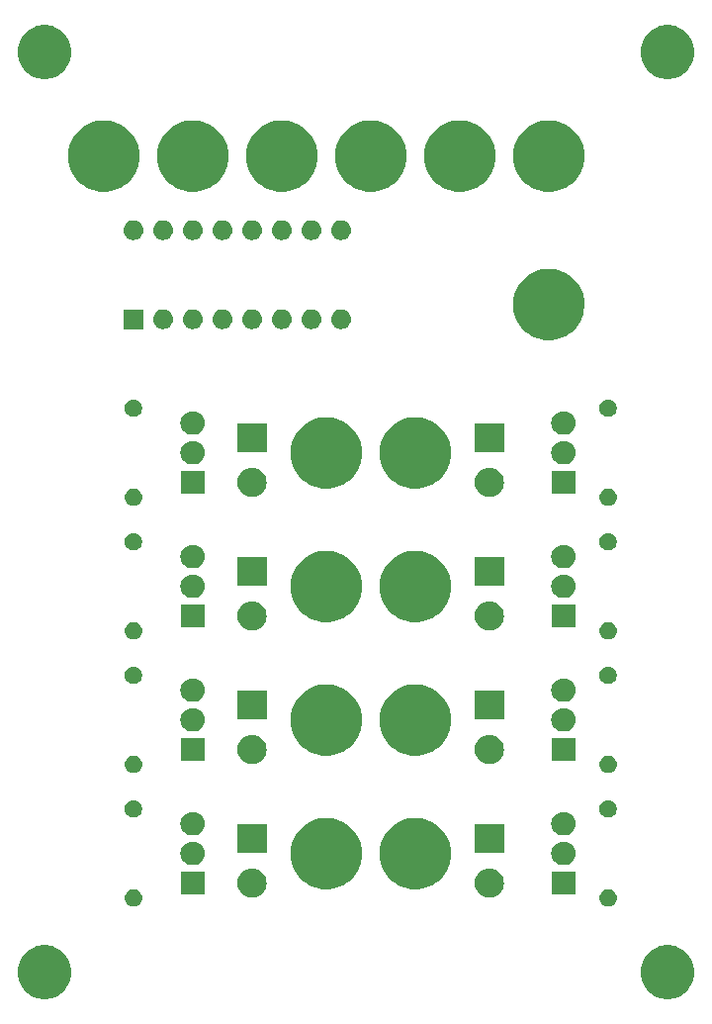
<source format=gbr>
G04 #@! TF.GenerationSoftware,KiCad,Pcbnew,(5.1.2)-2*
G04 #@! TF.CreationDate,2019-07-16T17:36:30-04:00*
G04 #@! TF.ProjectId,8 bit serial to parallel,38206269-7420-4736-9572-69616c20746f,rev?*
G04 #@! TF.SameCoordinates,Original*
G04 #@! TF.FileFunction,Soldermask,Bot*
G04 #@! TF.FilePolarity,Negative*
%FSLAX46Y46*%
G04 Gerber Fmt 4.6, Leading zero omitted, Abs format (unit mm)*
G04 Created by KiCad (PCBNEW (5.1.2)-2) date 2019-07-16 17:36:30*
%MOMM*%
%LPD*%
G04 APERTURE LIST*
%ADD10C,0.100000*%
G04 APERTURE END LIST*
D10*
G36*
X99508903Y-110773213D02*
G01*
X99731177Y-110817426D01*
X100149932Y-110990880D01*
X100526802Y-111242696D01*
X100847304Y-111563198D01*
X101099120Y-111940068D01*
X101272574Y-112358823D01*
X101361000Y-112803371D01*
X101361000Y-113256629D01*
X101272574Y-113701177D01*
X101099120Y-114119932D01*
X100847304Y-114496802D01*
X100526802Y-114817304D01*
X100149932Y-115069120D01*
X99731177Y-115242574D01*
X99508903Y-115286787D01*
X99286630Y-115331000D01*
X98833370Y-115331000D01*
X98611097Y-115286787D01*
X98388823Y-115242574D01*
X97970068Y-115069120D01*
X97593198Y-114817304D01*
X97272696Y-114496802D01*
X97020880Y-114119932D01*
X96847426Y-113701177D01*
X96759000Y-113256629D01*
X96759000Y-112803371D01*
X96847426Y-112358823D01*
X97020880Y-111940068D01*
X97272696Y-111563198D01*
X97593198Y-111242696D01*
X97970068Y-110990880D01*
X98388823Y-110817426D01*
X98611097Y-110773213D01*
X98833370Y-110729000D01*
X99286630Y-110729000D01*
X99508903Y-110773213D01*
X99508903Y-110773213D01*
G37*
G36*
X46168903Y-110773213D02*
G01*
X46391177Y-110817426D01*
X46809932Y-110990880D01*
X47186802Y-111242696D01*
X47507304Y-111563198D01*
X47759120Y-111940068D01*
X47932574Y-112358823D01*
X48021000Y-112803371D01*
X48021000Y-113256629D01*
X47932574Y-113701177D01*
X47759120Y-114119932D01*
X47507304Y-114496802D01*
X47186802Y-114817304D01*
X46809932Y-115069120D01*
X46391177Y-115242574D01*
X46168903Y-115286787D01*
X45946630Y-115331000D01*
X45493370Y-115331000D01*
X45271097Y-115286787D01*
X45048823Y-115242574D01*
X44630068Y-115069120D01*
X44253198Y-114817304D01*
X43932696Y-114496802D01*
X43680880Y-114119932D01*
X43507426Y-113701177D01*
X43419000Y-113256629D01*
X43419000Y-112803371D01*
X43507426Y-112358823D01*
X43680880Y-111940068D01*
X43932696Y-111563198D01*
X44253198Y-111242696D01*
X44630068Y-110990880D01*
X45048823Y-110817426D01*
X45271097Y-110773213D01*
X45493370Y-110729000D01*
X45946630Y-110729000D01*
X46168903Y-110773213D01*
X46168903Y-110773213D01*
G37*
G36*
X53413665Y-105932622D02*
G01*
X53487222Y-105939867D01*
X53628786Y-105982810D01*
X53759252Y-106052546D01*
X53789040Y-106076992D01*
X53873607Y-106146393D01*
X53943008Y-106230960D01*
X53967454Y-106260748D01*
X54037190Y-106391214D01*
X54080133Y-106532778D01*
X54094633Y-106680000D01*
X54080133Y-106827222D01*
X54037190Y-106968786D01*
X53967454Y-107099252D01*
X53943008Y-107129040D01*
X53873607Y-107213607D01*
X53789040Y-107283008D01*
X53759252Y-107307454D01*
X53628786Y-107377190D01*
X53487222Y-107420133D01*
X53413665Y-107427378D01*
X53376888Y-107431000D01*
X53303112Y-107431000D01*
X53266335Y-107427378D01*
X53192778Y-107420133D01*
X53051214Y-107377190D01*
X52920748Y-107307454D01*
X52890960Y-107283008D01*
X52806393Y-107213607D01*
X52736992Y-107129040D01*
X52712546Y-107099252D01*
X52642810Y-106968786D01*
X52599867Y-106827222D01*
X52585367Y-106680000D01*
X52599867Y-106532778D01*
X52642810Y-106391214D01*
X52712546Y-106260748D01*
X52736992Y-106230960D01*
X52806393Y-106146393D01*
X52890960Y-106076992D01*
X52920748Y-106052546D01*
X53051214Y-105982810D01*
X53192778Y-105939867D01*
X53266335Y-105932622D01*
X53303112Y-105929000D01*
X53376888Y-105929000D01*
X53413665Y-105932622D01*
X53413665Y-105932622D01*
G37*
G36*
X94053665Y-105932622D02*
G01*
X94127222Y-105939867D01*
X94268786Y-105982810D01*
X94399252Y-106052546D01*
X94429040Y-106076992D01*
X94513607Y-106146393D01*
X94583008Y-106230960D01*
X94607454Y-106260748D01*
X94677190Y-106391214D01*
X94720133Y-106532778D01*
X94734633Y-106680000D01*
X94720133Y-106827222D01*
X94677190Y-106968786D01*
X94607454Y-107099252D01*
X94583008Y-107129040D01*
X94513607Y-107213607D01*
X94429040Y-107283008D01*
X94399252Y-107307454D01*
X94268786Y-107377190D01*
X94127222Y-107420133D01*
X94053665Y-107427378D01*
X94016888Y-107431000D01*
X93943112Y-107431000D01*
X93906335Y-107427378D01*
X93832778Y-107420133D01*
X93691214Y-107377190D01*
X93560748Y-107307454D01*
X93530960Y-107283008D01*
X93446393Y-107213607D01*
X93376992Y-107129040D01*
X93352546Y-107099252D01*
X93282810Y-106968786D01*
X93239867Y-106827222D01*
X93225367Y-106680000D01*
X93239867Y-106532778D01*
X93282810Y-106391214D01*
X93352546Y-106260748D01*
X93376992Y-106230960D01*
X93446393Y-106146393D01*
X93530960Y-106076992D01*
X93560748Y-106052546D01*
X93691214Y-105982810D01*
X93832778Y-105939867D01*
X93906335Y-105932622D01*
X93943112Y-105929000D01*
X94016888Y-105929000D01*
X94053665Y-105932622D01*
X94053665Y-105932622D01*
G37*
G36*
X84065239Y-104177101D02*
G01*
X84301053Y-104248634D01*
X84518381Y-104364799D01*
X84708871Y-104521129D01*
X84865201Y-104711619D01*
X84981366Y-104928947D01*
X85052899Y-105164761D01*
X85077053Y-105410000D01*
X85052899Y-105655239D01*
X84981366Y-105891053D01*
X84865201Y-106108381D01*
X84708871Y-106298871D01*
X84518381Y-106455201D01*
X84301053Y-106571366D01*
X84065239Y-106642899D01*
X83881457Y-106661000D01*
X83758543Y-106661000D01*
X83574761Y-106642899D01*
X83338947Y-106571366D01*
X83121619Y-106455201D01*
X82931129Y-106298871D01*
X82774799Y-106108381D01*
X82658634Y-105891053D01*
X82587101Y-105655239D01*
X82562947Y-105410000D01*
X82587101Y-105164761D01*
X82658634Y-104928947D01*
X82774799Y-104711619D01*
X82931129Y-104521129D01*
X83121619Y-104364799D01*
X83338947Y-104248634D01*
X83574761Y-104177101D01*
X83758543Y-104159000D01*
X83881457Y-104159000D01*
X84065239Y-104177101D01*
X84065239Y-104177101D01*
G37*
G36*
X63745239Y-104177101D02*
G01*
X63981053Y-104248634D01*
X64198381Y-104364799D01*
X64388871Y-104521129D01*
X64545201Y-104711619D01*
X64661366Y-104928947D01*
X64732899Y-105164761D01*
X64757053Y-105410000D01*
X64732899Y-105655239D01*
X64661366Y-105891053D01*
X64545201Y-106108381D01*
X64388871Y-106298871D01*
X64198381Y-106455201D01*
X63981053Y-106571366D01*
X63745239Y-106642899D01*
X63561457Y-106661000D01*
X63438543Y-106661000D01*
X63254761Y-106642899D01*
X63018947Y-106571366D01*
X62801619Y-106455201D01*
X62611129Y-106298871D01*
X62454799Y-106108381D01*
X62338634Y-105891053D01*
X62267101Y-105655239D01*
X62242947Y-105410000D01*
X62267101Y-105164761D01*
X62338634Y-104928947D01*
X62454799Y-104711619D01*
X62611129Y-104521129D01*
X62801619Y-104364799D01*
X63018947Y-104248634D01*
X63254761Y-104177101D01*
X63438543Y-104159000D01*
X63561457Y-104159000D01*
X63745239Y-104177101D01*
X63745239Y-104177101D01*
G37*
G36*
X91221000Y-106413500D02*
G01*
X89119000Y-106413500D01*
X89119000Y-104406500D01*
X91221000Y-104406500D01*
X91221000Y-106413500D01*
X91221000Y-106413500D01*
G37*
G36*
X59471000Y-106413500D02*
G01*
X57369000Y-106413500D01*
X57369000Y-104406500D01*
X59471000Y-104406500D01*
X59471000Y-106413500D01*
X59471000Y-106413500D01*
G37*
G36*
X78065170Y-99877879D02*
G01*
X78359868Y-99936498D01*
X78915067Y-100166469D01*
X79159808Y-100330000D01*
X79414733Y-100500335D01*
X79839665Y-100925267D01*
X79918341Y-101043015D01*
X80173531Y-101424933D01*
X80403502Y-101980132D01*
X80520740Y-102569528D01*
X80520740Y-103170472D01*
X80403502Y-103759868D01*
X80173531Y-104315067D01*
X79982565Y-104600867D01*
X79839665Y-104814733D01*
X79414733Y-105239665D01*
X79200867Y-105382565D01*
X78915067Y-105573531D01*
X78359868Y-105803502D01*
X78065170Y-105862121D01*
X77770473Y-105920740D01*
X77169527Y-105920740D01*
X76874830Y-105862121D01*
X76580132Y-105803502D01*
X76024933Y-105573531D01*
X75739133Y-105382565D01*
X75525267Y-105239665D01*
X75100335Y-104814733D01*
X74957435Y-104600867D01*
X74766469Y-104315067D01*
X74536498Y-103759868D01*
X74419260Y-103170472D01*
X74419260Y-102569528D01*
X74536498Y-101980132D01*
X74766469Y-101424933D01*
X75021659Y-101043015D01*
X75100335Y-100925267D01*
X75525267Y-100500335D01*
X75780192Y-100330000D01*
X76024933Y-100166469D01*
X76580132Y-99936498D01*
X76874830Y-99877879D01*
X77169527Y-99819260D01*
X77770473Y-99819260D01*
X78065170Y-99877879D01*
X78065170Y-99877879D01*
G37*
G36*
X70445170Y-99877879D02*
G01*
X70739868Y-99936498D01*
X71295067Y-100166469D01*
X71539808Y-100330000D01*
X71794733Y-100500335D01*
X72219665Y-100925267D01*
X72298341Y-101043015D01*
X72553531Y-101424933D01*
X72783502Y-101980132D01*
X72900740Y-102569528D01*
X72900740Y-103170472D01*
X72783502Y-103759868D01*
X72553531Y-104315067D01*
X72362565Y-104600867D01*
X72219665Y-104814733D01*
X71794733Y-105239665D01*
X71580867Y-105382565D01*
X71295067Y-105573531D01*
X70739868Y-105803502D01*
X70445170Y-105862121D01*
X70150473Y-105920740D01*
X69549527Y-105920740D01*
X69254830Y-105862121D01*
X68960132Y-105803502D01*
X68404933Y-105573531D01*
X68119133Y-105382565D01*
X67905267Y-105239665D01*
X67480335Y-104814733D01*
X67337435Y-104600867D01*
X67146469Y-104315067D01*
X66916498Y-103759868D01*
X66799260Y-103170472D01*
X66799260Y-102569528D01*
X66916498Y-101980132D01*
X67146469Y-101424933D01*
X67401659Y-101043015D01*
X67480335Y-100925267D01*
X67905267Y-100500335D01*
X68160192Y-100330000D01*
X68404933Y-100166469D01*
X68960132Y-99936498D01*
X69254830Y-99877879D01*
X69549527Y-99819260D01*
X70150473Y-99819260D01*
X70445170Y-99877879D01*
X70445170Y-99877879D01*
G37*
G36*
X58565936Y-101871340D02*
G01*
X58664220Y-101881020D01*
X58853381Y-101938401D01*
X59027712Y-102031583D01*
X59180515Y-102156985D01*
X59305917Y-102309788D01*
X59399099Y-102484119D01*
X59456480Y-102673280D01*
X59475855Y-102870000D01*
X59456480Y-103066720D01*
X59399099Y-103255881D01*
X59305917Y-103430212D01*
X59180515Y-103583015D01*
X59027712Y-103708417D01*
X58853381Y-103801599D01*
X58664220Y-103858980D01*
X58565936Y-103868660D01*
X58516795Y-103873500D01*
X58323205Y-103873500D01*
X58274064Y-103868660D01*
X58175780Y-103858980D01*
X57986619Y-103801599D01*
X57812288Y-103708417D01*
X57659485Y-103583015D01*
X57534083Y-103430212D01*
X57440901Y-103255881D01*
X57383520Y-103066720D01*
X57364145Y-102870000D01*
X57383520Y-102673280D01*
X57440901Y-102484119D01*
X57534083Y-102309788D01*
X57659485Y-102156985D01*
X57812288Y-102031583D01*
X57986619Y-101938401D01*
X58175780Y-101881020D01*
X58274064Y-101871340D01*
X58323205Y-101866500D01*
X58516795Y-101866500D01*
X58565936Y-101871340D01*
X58565936Y-101871340D01*
G37*
G36*
X90315936Y-101871340D02*
G01*
X90414220Y-101881020D01*
X90603381Y-101938401D01*
X90777712Y-102031583D01*
X90930515Y-102156985D01*
X91055917Y-102309788D01*
X91149099Y-102484119D01*
X91206480Y-102673280D01*
X91225855Y-102870000D01*
X91206480Y-103066720D01*
X91149099Y-103255881D01*
X91055917Y-103430212D01*
X90930515Y-103583015D01*
X90777712Y-103708417D01*
X90603381Y-103801599D01*
X90414220Y-103858980D01*
X90315936Y-103868660D01*
X90266795Y-103873500D01*
X90073205Y-103873500D01*
X90024064Y-103868660D01*
X89925780Y-103858980D01*
X89736619Y-103801599D01*
X89562288Y-103708417D01*
X89409485Y-103583015D01*
X89284083Y-103430212D01*
X89190901Y-103255881D01*
X89133520Y-103066720D01*
X89114145Y-102870000D01*
X89133520Y-102673280D01*
X89190901Y-102484119D01*
X89284083Y-102309788D01*
X89409485Y-102156985D01*
X89562288Y-102031583D01*
X89736619Y-101938401D01*
X89925780Y-101881020D01*
X90024064Y-101871340D01*
X90073205Y-101866500D01*
X90266795Y-101866500D01*
X90315936Y-101871340D01*
X90315936Y-101871340D01*
G37*
G36*
X64751000Y-102851000D02*
G01*
X62249000Y-102851000D01*
X62249000Y-100349000D01*
X64751000Y-100349000D01*
X64751000Y-102851000D01*
X64751000Y-102851000D01*
G37*
G36*
X85071000Y-102851000D02*
G01*
X82569000Y-102851000D01*
X82569000Y-100349000D01*
X85071000Y-100349000D01*
X85071000Y-102851000D01*
X85071000Y-102851000D01*
G37*
G36*
X58565936Y-99331340D02*
G01*
X58664220Y-99341020D01*
X58853381Y-99398401D01*
X59027712Y-99491583D01*
X59180515Y-99616985D01*
X59305917Y-99769788D01*
X59312519Y-99782140D01*
X59395026Y-99936498D01*
X59399099Y-99944119D01*
X59456480Y-100133280D01*
X59475855Y-100330000D01*
X59456480Y-100526720D01*
X59399099Y-100715881D01*
X59305917Y-100890212D01*
X59180515Y-101043015D01*
X59027712Y-101168417D01*
X58853381Y-101261599D01*
X58664220Y-101318980D01*
X58565936Y-101328660D01*
X58516795Y-101333500D01*
X58323205Y-101333500D01*
X58274064Y-101328660D01*
X58175780Y-101318980D01*
X57986619Y-101261599D01*
X57812288Y-101168417D01*
X57659485Y-101043015D01*
X57534083Y-100890212D01*
X57440901Y-100715881D01*
X57383520Y-100526720D01*
X57364145Y-100330000D01*
X57383520Y-100133280D01*
X57440901Y-99944119D01*
X57444975Y-99936498D01*
X57527481Y-99782140D01*
X57534083Y-99769788D01*
X57659485Y-99616985D01*
X57812288Y-99491583D01*
X57986619Y-99398401D01*
X58175780Y-99341020D01*
X58274064Y-99331340D01*
X58323205Y-99326500D01*
X58516795Y-99326500D01*
X58565936Y-99331340D01*
X58565936Y-99331340D01*
G37*
G36*
X90315936Y-99331340D02*
G01*
X90414220Y-99341020D01*
X90603381Y-99398401D01*
X90777712Y-99491583D01*
X90930515Y-99616985D01*
X91055917Y-99769788D01*
X91062519Y-99782140D01*
X91145026Y-99936498D01*
X91149099Y-99944119D01*
X91206480Y-100133280D01*
X91225855Y-100330000D01*
X91206480Y-100526720D01*
X91149099Y-100715881D01*
X91055917Y-100890212D01*
X90930515Y-101043015D01*
X90777712Y-101168417D01*
X90603381Y-101261599D01*
X90414220Y-101318980D01*
X90315936Y-101328660D01*
X90266795Y-101333500D01*
X90073205Y-101333500D01*
X90024064Y-101328660D01*
X89925780Y-101318980D01*
X89736619Y-101261599D01*
X89562288Y-101168417D01*
X89409485Y-101043015D01*
X89284083Y-100890212D01*
X89190901Y-100715881D01*
X89133520Y-100526720D01*
X89114145Y-100330000D01*
X89133520Y-100133280D01*
X89190901Y-99944119D01*
X89194975Y-99936498D01*
X89277481Y-99782140D01*
X89284083Y-99769788D01*
X89409485Y-99616985D01*
X89562288Y-99491583D01*
X89736619Y-99398401D01*
X89925780Y-99341020D01*
X90024064Y-99331340D01*
X90073205Y-99326500D01*
X90266795Y-99326500D01*
X90315936Y-99331340D01*
X90315936Y-99331340D01*
G37*
G36*
X53559059Y-98337860D02*
G01*
X53695732Y-98394472D01*
X53818735Y-98476660D01*
X53923340Y-98581265D01*
X54005528Y-98704268D01*
X54062140Y-98840941D01*
X54091000Y-98986033D01*
X54091000Y-99133967D01*
X54062140Y-99279059D01*
X54005528Y-99415732D01*
X53923340Y-99538735D01*
X53818735Y-99643340D01*
X53695732Y-99725528D01*
X53695731Y-99725529D01*
X53695730Y-99725529D01*
X53559059Y-99782140D01*
X53413968Y-99811000D01*
X53266032Y-99811000D01*
X53120941Y-99782140D01*
X52984270Y-99725529D01*
X52984269Y-99725529D01*
X52984268Y-99725528D01*
X52861265Y-99643340D01*
X52756660Y-99538735D01*
X52674472Y-99415732D01*
X52617860Y-99279059D01*
X52589000Y-99133967D01*
X52589000Y-98986033D01*
X52617860Y-98840941D01*
X52674472Y-98704268D01*
X52756660Y-98581265D01*
X52861265Y-98476660D01*
X52984268Y-98394472D01*
X53120941Y-98337860D01*
X53266032Y-98309000D01*
X53413968Y-98309000D01*
X53559059Y-98337860D01*
X53559059Y-98337860D01*
G37*
G36*
X94199059Y-98337860D02*
G01*
X94335732Y-98394472D01*
X94458735Y-98476660D01*
X94563340Y-98581265D01*
X94645528Y-98704268D01*
X94702140Y-98840941D01*
X94731000Y-98986033D01*
X94731000Y-99133967D01*
X94702140Y-99279059D01*
X94645528Y-99415732D01*
X94563340Y-99538735D01*
X94458735Y-99643340D01*
X94335732Y-99725528D01*
X94335731Y-99725529D01*
X94335730Y-99725529D01*
X94199059Y-99782140D01*
X94053968Y-99811000D01*
X93906032Y-99811000D01*
X93760941Y-99782140D01*
X93624270Y-99725529D01*
X93624269Y-99725529D01*
X93624268Y-99725528D01*
X93501265Y-99643340D01*
X93396660Y-99538735D01*
X93314472Y-99415732D01*
X93257860Y-99279059D01*
X93229000Y-99133967D01*
X93229000Y-98986033D01*
X93257860Y-98840941D01*
X93314472Y-98704268D01*
X93396660Y-98581265D01*
X93501265Y-98476660D01*
X93624268Y-98394472D01*
X93760941Y-98337860D01*
X93906032Y-98309000D01*
X94053968Y-98309000D01*
X94199059Y-98337860D01*
X94199059Y-98337860D01*
G37*
G36*
X94053665Y-94502622D02*
G01*
X94127222Y-94509867D01*
X94268786Y-94552810D01*
X94399252Y-94622546D01*
X94429040Y-94646992D01*
X94513607Y-94716393D01*
X94583008Y-94800960D01*
X94607454Y-94830748D01*
X94677190Y-94961214D01*
X94720133Y-95102778D01*
X94734633Y-95250000D01*
X94720133Y-95397222D01*
X94677190Y-95538786D01*
X94607454Y-95669252D01*
X94583008Y-95699040D01*
X94513607Y-95783607D01*
X94429040Y-95853008D01*
X94399252Y-95877454D01*
X94268786Y-95947190D01*
X94127222Y-95990133D01*
X94053665Y-95997378D01*
X94016888Y-96001000D01*
X93943112Y-96001000D01*
X93906335Y-95997378D01*
X93832778Y-95990133D01*
X93691214Y-95947190D01*
X93560748Y-95877454D01*
X93530960Y-95853008D01*
X93446393Y-95783607D01*
X93376992Y-95699040D01*
X93352546Y-95669252D01*
X93282810Y-95538786D01*
X93239867Y-95397222D01*
X93225367Y-95250000D01*
X93239867Y-95102778D01*
X93282810Y-94961214D01*
X93352546Y-94830748D01*
X93376992Y-94800960D01*
X93446393Y-94716393D01*
X93530960Y-94646992D01*
X93560748Y-94622546D01*
X93691214Y-94552810D01*
X93832778Y-94509867D01*
X93906335Y-94502622D01*
X93943112Y-94499000D01*
X94016888Y-94499000D01*
X94053665Y-94502622D01*
X94053665Y-94502622D01*
G37*
G36*
X53413665Y-94502622D02*
G01*
X53487222Y-94509867D01*
X53628786Y-94552810D01*
X53759252Y-94622546D01*
X53789040Y-94646992D01*
X53873607Y-94716393D01*
X53943008Y-94800960D01*
X53967454Y-94830748D01*
X54037190Y-94961214D01*
X54080133Y-95102778D01*
X54094633Y-95250000D01*
X54080133Y-95397222D01*
X54037190Y-95538786D01*
X53967454Y-95669252D01*
X53943008Y-95699040D01*
X53873607Y-95783607D01*
X53789040Y-95853008D01*
X53759252Y-95877454D01*
X53628786Y-95947190D01*
X53487222Y-95990133D01*
X53413665Y-95997378D01*
X53376888Y-96001000D01*
X53303112Y-96001000D01*
X53266335Y-95997378D01*
X53192778Y-95990133D01*
X53051214Y-95947190D01*
X52920748Y-95877454D01*
X52890960Y-95853008D01*
X52806393Y-95783607D01*
X52736992Y-95699040D01*
X52712546Y-95669252D01*
X52642810Y-95538786D01*
X52599867Y-95397222D01*
X52585367Y-95250000D01*
X52599867Y-95102778D01*
X52642810Y-94961214D01*
X52712546Y-94830748D01*
X52736992Y-94800960D01*
X52806393Y-94716393D01*
X52890960Y-94646992D01*
X52920748Y-94622546D01*
X53051214Y-94552810D01*
X53192778Y-94509867D01*
X53266335Y-94502622D01*
X53303112Y-94499000D01*
X53376888Y-94499000D01*
X53413665Y-94502622D01*
X53413665Y-94502622D01*
G37*
G36*
X84065239Y-92747101D02*
G01*
X84301053Y-92818634D01*
X84518381Y-92934799D01*
X84708871Y-93091129D01*
X84865201Y-93281619D01*
X84981366Y-93498947D01*
X85052899Y-93734761D01*
X85077053Y-93980000D01*
X85052899Y-94225239D01*
X84981366Y-94461053D01*
X84865201Y-94678381D01*
X84708871Y-94868871D01*
X84518381Y-95025201D01*
X84301053Y-95141366D01*
X84065239Y-95212899D01*
X83881457Y-95231000D01*
X83758543Y-95231000D01*
X83574761Y-95212899D01*
X83338947Y-95141366D01*
X83121619Y-95025201D01*
X82931129Y-94868871D01*
X82774799Y-94678381D01*
X82658634Y-94461053D01*
X82587101Y-94225239D01*
X82562947Y-93980000D01*
X82587101Y-93734761D01*
X82658634Y-93498947D01*
X82774799Y-93281619D01*
X82931129Y-93091129D01*
X83121619Y-92934799D01*
X83338947Y-92818634D01*
X83574761Y-92747101D01*
X83758543Y-92729000D01*
X83881457Y-92729000D01*
X84065239Y-92747101D01*
X84065239Y-92747101D01*
G37*
G36*
X63745239Y-92747101D02*
G01*
X63981053Y-92818634D01*
X64198381Y-92934799D01*
X64388871Y-93091129D01*
X64545201Y-93281619D01*
X64661366Y-93498947D01*
X64732899Y-93734761D01*
X64757053Y-93980000D01*
X64732899Y-94225239D01*
X64661366Y-94461053D01*
X64545201Y-94678381D01*
X64388871Y-94868871D01*
X64198381Y-95025201D01*
X63981053Y-95141366D01*
X63745239Y-95212899D01*
X63561457Y-95231000D01*
X63438543Y-95231000D01*
X63254761Y-95212899D01*
X63018947Y-95141366D01*
X62801619Y-95025201D01*
X62611129Y-94868871D01*
X62454799Y-94678381D01*
X62338634Y-94461053D01*
X62267101Y-94225239D01*
X62242947Y-93980000D01*
X62267101Y-93734761D01*
X62338634Y-93498947D01*
X62454799Y-93281619D01*
X62611129Y-93091129D01*
X62801619Y-92934799D01*
X63018947Y-92818634D01*
X63254761Y-92747101D01*
X63438543Y-92729000D01*
X63561457Y-92729000D01*
X63745239Y-92747101D01*
X63745239Y-92747101D01*
G37*
G36*
X91221000Y-94983500D02*
G01*
X89119000Y-94983500D01*
X89119000Y-92976500D01*
X91221000Y-92976500D01*
X91221000Y-94983500D01*
X91221000Y-94983500D01*
G37*
G36*
X59471000Y-94983500D02*
G01*
X57369000Y-94983500D01*
X57369000Y-92976500D01*
X59471000Y-92976500D01*
X59471000Y-94983500D01*
X59471000Y-94983500D01*
G37*
G36*
X70445170Y-88447879D02*
G01*
X70739868Y-88506498D01*
X71295067Y-88736469D01*
X71539808Y-88900000D01*
X71794733Y-89070335D01*
X72219665Y-89495267D01*
X72298341Y-89613015D01*
X72553531Y-89994933D01*
X72783502Y-90550132D01*
X72900740Y-91139528D01*
X72900740Y-91740472D01*
X72783502Y-92329868D01*
X72553531Y-92885067D01*
X72362565Y-93170867D01*
X72219665Y-93384733D01*
X71794733Y-93809665D01*
X71580867Y-93952565D01*
X71295067Y-94143531D01*
X70739868Y-94373502D01*
X70445170Y-94432121D01*
X70150473Y-94490740D01*
X69549527Y-94490740D01*
X69254830Y-94432121D01*
X68960132Y-94373502D01*
X68404933Y-94143531D01*
X68119133Y-93952565D01*
X67905267Y-93809665D01*
X67480335Y-93384733D01*
X67337435Y-93170867D01*
X67146469Y-92885067D01*
X66916498Y-92329868D01*
X66799260Y-91740472D01*
X66799260Y-91139528D01*
X66916498Y-90550132D01*
X67146469Y-89994933D01*
X67401659Y-89613015D01*
X67480335Y-89495267D01*
X67905267Y-89070335D01*
X68160192Y-88900000D01*
X68404933Y-88736469D01*
X68960132Y-88506498D01*
X69254830Y-88447879D01*
X69549527Y-88389260D01*
X70150473Y-88389260D01*
X70445170Y-88447879D01*
X70445170Y-88447879D01*
G37*
G36*
X78065170Y-88447879D02*
G01*
X78359868Y-88506498D01*
X78915067Y-88736469D01*
X79159808Y-88900000D01*
X79414733Y-89070335D01*
X79839665Y-89495267D01*
X79918341Y-89613015D01*
X80173531Y-89994933D01*
X80403502Y-90550132D01*
X80520740Y-91139528D01*
X80520740Y-91740472D01*
X80403502Y-92329868D01*
X80173531Y-92885067D01*
X79982565Y-93170867D01*
X79839665Y-93384733D01*
X79414733Y-93809665D01*
X79200867Y-93952565D01*
X78915067Y-94143531D01*
X78359868Y-94373502D01*
X78065170Y-94432121D01*
X77770473Y-94490740D01*
X77169527Y-94490740D01*
X76874830Y-94432121D01*
X76580132Y-94373502D01*
X76024933Y-94143531D01*
X75739133Y-93952565D01*
X75525267Y-93809665D01*
X75100335Y-93384733D01*
X74957435Y-93170867D01*
X74766469Y-92885067D01*
X74536498Y-92329868D01*
X74419260Y-91740472D01*
X74419260Y-91139528D01*
X74536498Y-90550132D01*
X74766469Y-89994933D01*
X75021659Y-89613015D01*
X75100335Y-89495267D01*
X75525267Y-89070335D01*
X75780192Y-88900000D01*
X76024933Y-88736469D01*
X76580132Y-88506498D01*
X76874830Y-88447879D01*
X77169527Y-88389260D01*
X77770473Y-88389260D01*
X78065170Y-88447879D01*
X78065170Y-88447879D01*
G37*
G36*
X58565936Y-90441340D02*
G01*
X58664220Y-90451020D01*
X58853381Y-90508401D01*
X59027712Y-90601583D01*
X59180515Y-90726985D01*
X59305917Y-90879788D01*
X59399099Y-91054119D01*
X59456480Y-91243280D01*
X59475855Y-91440000D01*
X59456480Y-91636720D01*
X59399099Y-91825881D01*
X59305917Y-92000212D01*
X59180515Y-92153015D01*
X59027712Y-92278417D01*
X58853381Y-92371599D01*
X58664220Y-92428980D01*
X58565936Y-92438660D01*
X58516795Y-92443500D01*
X58323205Y-92443500D01*
X58274064Y-92438660D01*
X58175780Y-92428980D01*
X57986619Y-92371599D01*
X57812288Y-92278417D01*
X57659485Y-92153015D01*
X57534083Y-92000212D01*
X57440901Y-91825881D01*
X57383520Y-91636720D01*
X57364145Y-91440000D01*
X57383520Y-91243280D01*
X57440901Y-91054119D01*
X57534083Y-90879788D01*
X57659485Y-90726985D01*
X57812288Y-90601583D01*
X57986619Y-90508401D01*
X58175780Y-90451020D01*
X58274064Y-90441340D01*
X58323205Y-90436500D01*
X58516795Y-90436500D01*
X58565936Y-90441340D01*
X58565936Y-90441340D01*
G37*
G36*
X90315936Y-90441340D02*
G01*
X90414220Y-90451020D01*
X90603381Y-90508401D01*
X90777712Y-90601583D01*
X90930515Y-90726985D01*
X91055917Y-90879788D01*
X91149099Y-91054119D01*
X91206480Y-91243280D01*
X91225855Y-91440000D01*
X91206480Y-91636720D01*
X91149099Y-91825881D01*
X91055917Y-92000212D01*
X90930515Y-92153015D01*
X90777712Y-92278417D01*
X90603381Y-92371599D01*
X90414220Y-92428980D01*
X90315936Y-92438660D01*
X90266795Y-92443500D01*
X90073205Y-92443500D01*
X90024064Y-92438660D01*
X89925780Y-92428980D01*
X89736619Y-92371599D01*
X89562288Y-92278417D01*
X89409485Y-92153015D01*
X89284083Y-92000212D01*
X89190901Y-91825881D01*
X89133520Y-91636720D01*
X89114145Y-91440000D01*
X89133520Y-91243280D01*
X89190901Y-91054119D01*
X89284083Y-90879788D01*
X89409485Y-90726985D01*
X89562288Y-90601583D01*
X89736619Y-90508401D01*
X89925780Y-90451020D01*
X90024064Y-90441340D01*
X90073205Y-90436500D01*
X90266795Y-90436500D01*
X90315936Y-90441340D01*
X90315936Y-90441340D01*
G37*
G36*
X64751000Y-91421000D02*
G01*
X62249000Y-91421000D01*
X62249000Y-88919000D01*
X64751000Y-88919000D01*
X64751000Y-91421000D01*
X64751000Y-91421000D01*
G37*
G36*
X85071000Y-91421000D02*
G01*
X82569000Y-91421000D01*
X82569000Y-88919000D01*
X85071000Y-88919000D01*
X85071000Y-91421000D01*
X85071000Y-91421000D01*
G37*
G36*
X58565936Y-87901340D02*
G01*
X58664220Y-87911020D01*
X58853381Y-87968401D01*
X59027712Y-88061583D01*
X59180515Y-88186985D01*
X59305917Y-88339788D01*
X59312519Y-88352140D01*
X59395026Y-88506498D01*
X59399099Y-88514119D01*
X59456480Y-88703280D01*
X59475855Y-88900000D01*
X59456480Y-89096720D01*
X59399099Y-89285881D01*
X59305917Y-89460212D01*
X59180515Y-89613015D01*
X59027712Y-89738417D01*
X58853381Y-89831599D01*
X58664220Y-89888980D01*
X58565936Y-89898660D01*
X58516795Y-89903500D01*
X58323205Y-89903500D01*
X58274064Y-89898660D01*
X58175780Y-89888980D01*
X57986619Y-89831599D01*
X57812288Y-89738417D01*
X57659485Y-89613015D01*
X57534083Y-89460212D01*
X57440901Y-89285881D01*
X57383520Y-89096720D01*
X57364145Y-88900000D01*
X57383520Y-88703280D01*
X57440901Y-88514119D01*
X57444975Y-88506498D01*
X57527481Y-88352140D01*
X57534083Y-88339788D01*
X57659485Y-88186985D01*
X57812288Y-88061583D01*
X57986619Y-87968401D01*
X58175780Y-87911020D01*
X58274064Y-87901340D01*
X58323205Y-87896500D01*
X58516795Y-87896500D01*
X58565936Y-87901340D01*
X58565936Y-87901340D01*
G37*
G36*
X90315936Y-87901340D02*
G01*
X90414220Y-87911020D01*
X90603381Y-87968401D01*
X90777712Y-88061583D01*
X90930515Y-88186985D01*
X91055917Y-88339788D01*
X91062519Y-88352140D01*
X91145026Y-88506498D01*
X91149099Y-88514119D01*
X91206480Y-88703280D01*
X91225855Y-88900000D01*
X91206480Y-89096720D01*
X91149099Y-89285881D01*
X91055917Y-89460212D01*
X90930515Y-89613015D01*
X90777712Y-89738417D01*
X90603381Y-89831599D01*
X90414220Y-89888980D01*
X90315936Y-89898660D01*
X90266795Y-89903500D01*
X90073205Y-89903500D01*
X90024064Y-89898660D01*
X89925780Y-89888980D01*
X89736619Y-89831599D01*
X89562288Y-89738417D01*
X89409485Y-89613015D01*
X89284083Y-89460212D01*
X89190901Y-89285881D01*
X89133520Y-89096720D01*
X89114145Y-88900000D01*
X89133520Y-88703280D01*
X89190901Y-88514119D01*
X89194975Y-88506498D01*
X89277481Y-88352140D01*
X89284083Y-88339788D01*
X89409485Y-88186985D01*
X89562288Y-88061583D01*
X89736619Y-87968401D01*
X89925780Y-87911020D01*
X90024064Y-87901340D01*
X90073205Y-87896500D01*
X90266795Y-87896500D01*
X90315936Y-87901340D01*
X90315936Y-87901340D01*
G37*
G36*
X53559059Y-86907860D02*
G01*
X53695732Y-86964472D01*
X53818735Y-87046660D01*
X53923340Y-87151265D01*
X54005528Y-87274268D01*
X54062140Y-87410941D01*
X54091000Y-87556033D01*
X54091000Y-87703967D01*
X54062140Y-87849059D01*
X54005528Y-87985732D01*
X53923340Y-88108735D01*
X53818735Y-88213340D01*
X53695732Y-88295528D01*
X53695731Y-88295529D01*
X53695730Y-88295529D01*
X53559059Y-88352140D01*
X53413968Y-88381000D01*
X53266032Y-88381000D01*
X53120941Y-88352140D01*
X52984270Y-88295529D01*
X52984269Y-88295529D01*
X52984268Y-88295528D01*
X52861265Y-88213340D01*
X52756660Y-88108735D01*
X52674472Y-87985732D01*
X52617860Y-87849059D01*
X52589000Y-87703967D01*
X52589000Y-87556033D01*
X52617860Y-87410941D01*
X52674472Y-87274268D01*
X52756660Y-87151265D01*
X52861265Y-87046660D01*
X52984268Y-86964472D01*
X53120941Y-86907860D01*
X53266032Y-86879000D01*
X53413968Y-86879000D01*
X53559059Y-86907860D01*
X53559059Y-86907860D01*
G37*
G36*
X94199059Y-86907860D02*
G01*
X94335732Y-86964472D01*
X94458735Y-87046660D01*
X94563340Y-87151265D01*
X94645528Y-87274268D01*
X94702140Y-87410941D01*
X94731000Y-87556033D01*
X94731000Y-87703967D01*
X94702140Y-87849059D01*
X94645528Y-87985732D01*
X94563340Y-88108735D01*
X94458735Y-88213340D01*
X94335732Y-88295528D01*
X94335731Y-88295529D01*
X94335730Y-88295529D01*
X94199059Y-88352140D01*
X94053968Y-88381000D01*
X93906032Y-88381000D01*
X93760941Y-88352140D01*
X93624270Y-88295529D01*
X93624269Y-88295529D01*
X93624268Y-88295528D01*
X93501265Y-88213340D01*
X93396660Y-88108735D01*
X93314472Y-87985732D01*
X93257860Y-87849059D01*
X93229000Y-87703967D01*
X93229000Y-87556033D01*
X93257860Y-87410941D01*
X93314472Y-87274268D01*
X93396660Y-87151265D01*
X93501265Y-87046660D01*
X93624268Y-86964472D01*
X93760941Y-86907860D01*
X93906032Y-86879000D01*
X94053968Y-86879000D01*
X94199059Y-86907860D01*
X94199059Y-86907860D01*
G37*
G36*
X94053665Y-83072622D02*
G01*
X94127222Y-83079867D01*
X94268786Y-83122810D01*
X94399252Y-83192546D01*
X94429040Y-83216992D01*
X94513607Y-83286393D01*
X94583008Y-83370960D01*
X94607454Y-83400748D01*
X94677190Y-83531214D01*
X94720133Y-83672778D01*
X94734633Y-83820000D01*
X94720133Y-83967222D01*
X94677190Y-84108786D01*
X94607454Y-84239252D01*
X94583008Y-84269040D01*
X94513607Y-84353607D01*
X94429040Y-84423008D01*
X94399252Y-84447454D01*
X94268786Y-84517190D01*
X94127222Y-84560133D01*
X94053665Y-84567378D01*
X94016888Y-84571000D01*
X93943112Y-84571000D01*
X93906335Y-84567378D01*
X93832778Y-84560133D01*
X93691214Y-84517190D01*
X93560748Y-84447454D01*
X93530960Y-84423008D01*
X93446393Y-84353607D01*
X93376992Y-84269040D01*
X93352546Y-84239252D01*
X93282810Y-84108786D01*
X93239867Y-83967222D01*
X93225367Y-83820000D01*
X93239867Y-83672778D01*
X93282810Y-83531214D01*
X93352546Y-83400748D01*
X93376992Y-83370960D01*
X93446393Y-83286393D01*
X93530960Y-83216992D01*
X93560748Y-83192546D01*
X93691214Y-83122810D01*
X93832778Y-83079867D01*
X93906335Y-83072622D01*
X93943112Y-83069000D01*
X94016888Y-83069000D01*
X94053665Y-83072622D01*
X94053665Y-83072622D01*
G37*
G36*
X53413665Y-83072622D02*
G01*
X53487222Y-83079867D01*
X53628786Y-83122810D01*
X53759252Y-83192546D01*
X53789040Y-83216992D01*
X53873607Y-83286393D01*
X53943008Y-83370960D01*
X53967454Y-83400748D01*
X54037190Y-83531214D01*
X54080133Y-83672778D01*
X54094633Y-83820000D01*
X54080133Y-83967222D01*
X54037190Y-84108786D01*
X53967454Y-84239252D01*
X53943008Y-84269040D01*
X53873607Y-84353607D01*
X53789040Y-84423008D01*
X53759252Y-84447454D01*
X53628786Y-84517190D01*
X53487222Y-84560133D01*
X53413665Y-84567378D01*
X53376888Y-84571000D01*
X53303112Y-84571000D01*
X53266335Y-84567378D01*
X53192778Y-84560133D01*
X53051214Y-84517190D01*
X52920748Y-84447454D01*
X52890960Y-84423008D01*
X52806393Y-84353607D01*
X52736992Y-84269040D01*
X52712546Y-84239252D01*
X52642810Y-84108786D01*
X52599867Y-83967222D01*
X52585367Y-83820000D01*
X52599867Y-83672778D01*
X52642810Y-83531214D01*
X52712546Y-83400748D01*
X52736992Y-83370960D01*
X52806393Y-83286393D01*
X52890960Y-83216992D01*
X52920748Y-83192546D01*
X53051214Y-83122810D01*
X53192778Y-83079867D01*
X53266335Y-83072622D01*
X53303112Y-83069000D01*
X53376888Y-83069000D01*
X53413665Y-83072622D01*
X53413665Y-83072622D01*
G37*
G36*
X63745239Y-81317101D02*
G01*
X63981053Y-81388634D01*
X64198381Y-81504799D01*
X64388871Y-81661129D01*
X64545201Y-81851619D01*
X64661366Y-82068947D01*
X64732899Y-82304761D01*
X64757053Y-82550000D01*
X64732899Y-82795239D01*
X64661366Y-83031053D01*
X64545201Y-83248381D01*
X64388871Y-83438871D01*
X64198381Y-83595201D01*
X63981053Y-83711366D01*
X63745239Y-83782899D01*
X63561457Y-83801000D01*
X63438543Y-83801000D01*
X63254761Y-83782899D01*
X63018947Y-83711366D01*
X62801619Y-83595201D01*
X62611129Y-83438871D01*
X62454799Y-83248381D01*
X62338634Y-83031053D01*
X62267101Y-82795239D01*
X62242947Y-82550000D01*
X62267101Y-82304761D01*
X62338634Y-82068947D01*
X62454799Y-81851619D01*
X62611129Y-81661129D01*
X62801619Y-81504799D01*
X63018947Y-81388634D01*
X63254761Y-81317101D01*
X63438543Y-81299000D01*
X63561457Y-81299000D01*
X63745239Y-81317101D01*
X63745239Y-81317101D01*
G37*
G36*
X84065239Y-81317101D02*
G01*
X84301053Y-81388634D01*
X84518381Y-81504799D01*
X84708871Y-81661129D01*
X84865201Y-81851619D01*
X84981366Y-82068947D01*
X85052899Y-82304761D01*
X85077053Y-82550000D01*
X85052899Y-82795239D01*
X84981366Y-83031053D01*
X84865201Y-83248381D01*
X84708871Y-83438871D01*
X84518381Y-83595201D01*
X84301053Y-83711366D01*
X84065239Y-83782899D01*
X83881457Y-83801000D01*
X83758543Y-83801000D01*
X83574761Y-83782899D01*
X83338947Y-83711366D01*
X83121619Y-83595201D01*
X82931129Y-83438871D01*
X82774799Y-83248381D01*
X82658634Y-83031053D01*
X82587101Y-82795239D01*
X82562947Y-82550000D01*
X82587101Y-82304761D01*
X82658634Y-82068947D01*
X82774799Y-81851619D01*
X82931129Y-81661129D01*
X83121619Y-81504799D01*
X83338947Y-81388634D01*
X83574761Y-81317101D01*
X83758543Y-81299000D01*
X83881457Y-81299000D01*
X84065239Y-81317101D01*
X84065239Y-81317101D01*
G37*
G36*
X91221000Y-83553500D02*
G01*
X89119000Y-83553500D01*
X89119000Y-81546500D01*
X91221000Y-81546500D01*
X91221000Y-83553500D01*
X91221000Y-83553500D01*
G37*
G36*
X59471000Y-83553500D02*
G01*
X57369000Y-83553500D01*
X57369000Y-81546500D01*
X59471000Y-81546500D01*
X59471000Y-83553500D01*
X59471000Y-83553500D01*
G37*
G36*
X78065170Y-77017879D02*
G01*
X78359868Y-77076498D01*
X78915067Y-77306469D01*
X79159808Y-77470000D01*
X79414733Y-77640335D01*
X79839665Y-78065267D01*
X79918341Y-78183015D01*
X80173531Y-78564933D01*
X80403502Y-79120132D01*
X80520740Y-79709528D01*
X80520740Y-80310472D01*
X80403502Y-80899868D01*
X80173531Y-81455067D01*
X79982565Y-81740867D01*
X79839665Y-81954733D01*
X79414733Y-82379665D01*
X79200867Y-82522565D01*
X78915067Y-82713531D01*
X78359868Y-82943502D01*
X78065170Y-83002121D01*
X77770473Y-83060740D01*
X77169527Y-83060740D01*
X76874830Y-83002121D01*
X76580132Y-82943502D01*
X76024933Y-82713531D01*
X75739133Y-82522565D01*
X75525267Y-82379665D01*
X75100335Y-81954733D01*
X74957435Y-81740867D01*
X74766469Y-81455067D01*
X74536498Y-80899868D01*
X74419260Y-80310472D01*
X74419260Y-79709528D01*
X74536498Y-79120132D01*
X74766469Y-78564933D01*
X75021659Y-78183015D01*
X75100335Y-78065267D01*
X75525267Y-77640335D01*
X75780192Y-77470000D01*
X76024933Y-77306469D01*
X76580132Y-77076498D01*
X76874830Y-77017879D01*
X77169527Y-76959260D01*
X77770473Y-76959260D01*
X78065170Y-77017879D01*
X78065170Y-77017879D01*
G37*
G36*
X70445170Y-77017879D02*
G01*
X70739868Y-77076498D01*
X71295067Y-77306469D01*
X71539808Y-77470000D01*
X71794733Y-77640335D01*
X72219665Y-78065267D01*
X72298341Y-78183015D01*
X72553531Y-78564933D01*
X72783502Y-79120132D01*
X72900740Y-79709528D01*
X72900740Y-80310472D01*
X72783502Y-80899868D01*
X72553531Y-81455067D01*
X72362565Y-81740867D01*
X72219665Y-81954733D01*
X71794733Y-82379665D01*
X71580867Y-82522565D01*
X71295067Y-82713531D01*
X70739868Y-82943502D01*
X70445170Y-83002121D01*
X70150473Y-83060740D01*
X69549527Y-83060740D01*
X69254830Y-83002121D01*
X68960132Y-82943502D01*
X68404933Y-82713531D01*
X68119133Y-82522565D01*
X67905267Y-82379665D01*
X67480335Y-81954733D01*
X67337435Y-81740867D01*
X67146469Y-81455067D01*
X66916498Y-80899868D01*
X66799260Y-80310472D01*
X66799260Y-79709528D01*
X66916498Y-79120132D01*
X67146469Y-78564933D01*
X67401659Y-78183015D01*
X67480335Y-78065267D01*
X67905267Y-77640335D01*
X68160192Y-77470000D01*
X68404933Y-77306469D01*
X68960132Y-77076498D01*
X69254830Y-77017879D01*
X69549527Y-76959260D01*
X70150473Y-76959260D01*
X70445170Y-77017879D01*
X70445170Y-77017879D01*
G37*
G36*
X90315936Y-79011340D02*
G01*
X90414220Y-79021020D01*
X90603381Y-79078401D01*
X90777712Y-79171583D01*
X90930515Y-79296985D01*
X91055917Y-79449788D01*
X91149099Y-79624119D01*
X91206480Y-79813280D01*
X91225855Y-80010000D01*
X91206480Y-80206720D01*
X91149099Y-80395881D01*
X91055917Y-80570212D01*
X90930515Y-80723015D01*
X90777712Y-80848417D01*
X90603381Y-80941599D01*
X90414220Y-80998980D01*
X90315936Y-81008660D01*
X90266795Y-81013500D01*
X90073205Y-81013500D01*
X90024064Y-81008660D01*
X89925780Y-80998980D01*
X89736619Y-80941599D01*
X89562288Y-80848417D01*
X89409485Y-80723015D01*
X89284083Y-80570212D01*
X89190901Y-80395881D01*
X89133520Y-80206720D01*
X89114145Y-80010000D01*
X89133520Y-79813280D01*
X89190901Y-79624119D01*
X89284083Y-79449788D01*
X89409485Y-79296985D01*
X89562288Y-79171583D01*
X89736619Y-79078401D01*
X89925780Y-79021020D01*
X90024064Y-79011340D01*
X90073205Y-79006500D01*
X90266795Y-79006500D01*
X90315936Y-79011340D01*
X90315936Y-79011340D01*
G37*
G36*
X58565936Y-79011340D02*
G01*
X58664220Y-79021020D01*
X58853381Y-79078401D01*
X59027712Y-79171583D01*
X59180515Y-79296985D01*
X59305917Y-79449788D01*
X59399099Y-79624119D01*
X59456480Y-79813280D01*
X59475855Y-80010000D01*
X59456480Y-80206720D01*
X59399099Y-80395881D01*
X59305917Y-80570212D01*
X59180515Y-80723015D01*
X59027712Y-80848417D01*
X58853381Y-80941599D01*
X58664220Y-80998980D01*
X58565936Y-81008660D01*
X58516795Y-81013500D01*
X58323205Y-81013500D01*
X58274064Y-81008660D01*
X58175780Y-80998980D01*
X57986619Y-80941599D01*
X57812288Y-80848417D01*
X57659485Y-80723015D01*
X57534083Y-80570212D01*
X57440901Y-80395881D01*
X57383520Y-80206720D01*
X57364145Y-80010000D01*
X57383520Y-79813280D01*
X57440901Y-79624119D01*
X57534083Y-79449788D01*
X57659485Y-79296985D01*
X57812288Y-79171583D01*
X57986619Y-79078401D01*
X58175780Y-79021020D01*
X58274064Y-79011340D01*
X58323205Y-79006500D01*
X58516795Y-79006500D01*
X58565936Y-79011340D01*
X58565936Y-79011340D01*
G37*
G36*
X85071000Y-79991000D02*
G01*
X82569000Y-79991000D01*
X82569000Y-77489000D01*
X85071000Y-77489000D01*
X85071000Y-79991000D01*
X85071000Y-79991000D01*
G37*
G36*
X64751000Y-79991000D02*
G01*
X62249000Y-79991000D01*
X62249000Y-77489000D01*
X64751000Y-77489000D01*
X64751000Y-79991000D01*
X64751000Y-79991000D01*
G37*
G36*
X90315936Y-76471340D02*
G01*
X90414220Y-76481020D01*
X90603381Y-76538401D01*
X90777712Y-76631583D01*
X90930515Y-76756985D01*
X91055917Y-76909788D01*
X91062519Y-76922140D01*
X91145026Y-77076498D01*
X91149099Y-77084119D01*
X91206480Y-77273280D01*
X91225855Y-77470000D01*
X91206480Y-77666720D01*
X91149099Y-77855881D01*
X91055917Y-78030212D01*
X90930515Y-78183015D01*
X90777712Y-78308417D01*
X90603381Y-78401599D01*
X90414220Y-78458980D01*
X90315936Y-78468660D01*
X90266795Y-78473500D01*
X90073205Y-78473500D01*
X90024064Y-78468660D01*
X89925780Y-78458980D01*
X89736619Y-78401599D01*
X89562288Y-78308417D01*
X89409485Y-78183015D01*
X89284083Y-78030212D01*
X89190901Y-77855881D01*
X89133520Y-77666720D01*
X89114145Y-77470000D01*
X89133520Y-77273280D01*
X89190901Y-77084119D01*
X89194975Y-77076498D01*
X89277481Y-76922140D01*
X89284083Y-76909788D01*
X89409485Y-76756985D01*
X89562288Y-76631583D01*
X89736619Y-76538401D01*
X89925780Y-76481020D01*
X90024064Y-76471340D01*
X90073205Y-76466500D01*
X90266795Y-76466500D01*
X90315936Y-76471340D01*
X90315936Y-76471340D01*
G37*
G36*
X58565936Y-76471340D02*
G01*
X58664220Y-76481020D01*
X58853381Y-76538401D01*
X59027712Y-76631583D01*
X59180515Y-76756985D01*
X59305917Y-76909788D01*
X59312519Y-76922140D01*
X59395026Y-77076498D01*
X59399099Y-77084119D01*
X59456480Y-77273280D01*
X59475855Y-77470000D01*
X59456480Y-77666720D01*
X59399099Y-77855881D01*
X59305917Y-78030212D01*
X59180515Y-78183015D01*
X59027712Y-78308417D01*
X58853381Y-78401599D01*
X58664220Y-78458980D01*
X58565936Y-78468660D01*
X58516795Y-78473500D01*
X58323205Y-78473500D01*
X58274064Y-78468660D01*
X58175780Y-78458980D01*
X57986619Y-78401599D01*
X57812288Y-78308417D01*
X57659485Y-78183015D01*
X57534083Y-78030212D01*
X57440901Y-77855881D01*
X57383520Y-77666720D01*
X57364145Y-77470000D01*
X57383520Y-77273280D01*
X57440901Y-77084119D01*
X57444975Y-77076498D01*
X57527481Y-76922140D01*
X57534083Y-76909788D01*
X57659485Y-76756985D01*
X57812288Y-76631583D01*
X57986619Y-76538401D01*
X58175780Y-76481020D01*
X58274064Y-76471340D01*
X58323205Y-76466500D01*
X58516795Y-76466500D01*
X58565936Y-76471340D01*
X58565936Y-76471340D01*
G37*
G36*
X94199059Y-75477860D02*
G01*
X94335732Y-75534472D01*
X94458735Y-75616660D01*
X94563340Y-75721265D01*
X94645528Y-75844268D01*
X94702140Y-75980941D01*
X94731000Y-76126033D01*
X94731000Y-76273967D01*
X94702140Y-76419059D01*
X94645528Y-76555732D01*
X94563340Y-76678735D01*
X94458735Y-76783340D01*
X94335732Y-76865528D01*
X94335731Y-76865529D01*
X94335730Y-76865529D01*
X94199059Y-76922140D01*
X94053968Y-76951000D01*
X93906032Y-76951000D01*
X93760941Y-76922140D01*
X93624270Y-76865529D01*
X93624269Y-76865529D01*
X93624268Y-76865528D01*
X93501265Y-76783340D01*
X93396660Y-76678735D01*
X93314472Y-76555732D01*
X93257860Y-76419059D01*
X93229000Y-76273967D01*
X93229000Y-76126033D01*
X93257860Y-75980941D01*
X93314472Y-75844268D01*
X93396660Y-75721265D01*
X93501265Y-75616660D01*
X93624268Y-75534472D01*
X93760941Y-75477860D01*
X93906032Y-75449000D01*
X94053968Y-75449000D01*
X94199059Y-75477860D01*
X94199059Y-75477860D01*
G37*
G36*
X53559059Y-75477860D02*
G01*
X53695732Y-75534472D01*
X53818735Y-75616660D01*
X53923340Y-75721265D01*
X54005528Y-75844268D01*
X54062140Y-75980941D01*
X54091000Y-76126033D01*
X54091000Y-76273967D01*
X54062140Y-76419059D01*
X54005528Y-76555732D01*
X53923340Y-76678735D01*
X53818735Y-76783340D01*
X53695732Y-76865528D01*
X53695731Y-76865529D01*
X53695730Y-76865529D01*
X53559059Y-76922140D01*
X53413968Y-76951000D01*
X53266032Y-76951000D01*
X53120941Y-76922140D01*
X52984270Y-76865529D01*
X52984269Y-76865529D01*
X52984268Y-76865528D01*
X52861265Y-76783340D01*
X52756660Y-76678735D01*
X52674472Y-76555732D01*
X52617860Y-76419059D01*
X52589000Y-76273967D01*
X52589000Y-76126033D01*
X52617860Y-75980941D01*
X52674472Y-75844268D01*
X52756660Y-75721265D01*
X52861265Y-75616660D01*
X52984268Y-75534472D01*
X53120941Y-75477860D01*
X53266032Y-75449000D01*
X53413968Y-75449000D01*
X53559059Y-75477860D01*
X53559059Y-75477860D01*
G37*
G36*
X94053665Y-71642622D02*
G01*
X94127222Y-71649867D01*
X94268786Y-71692810D01*
X94399252Y-71762546D01*
X94429040Y-71786992D01*
X94513607Y-71856393D01*
X94583008Y-71940960D01*
X94607454Y-71970748D01*
X94677190Y-72101214D01*
X94720133Y-72242778D01*
X94734633Y-72390000D01*
X94720133Y-72537222D01*
X94677190Y-72678786D01*
X94607454Y-72809252D01*
X94583008Y-72839040D01*
X94513607Y-72923607D01*
X94429040Y-72993008D01*
X94399252Y-73017454D01*
X94268786Y-73087190D01*
X94127222Y-73130133D01*
X94053665Y-73137378D01*
X94016888Y-73141000D01*
X93943112Y-73141000D01*
X93906335Y-73137378D01*
X93832778Y-73130133D01*
X93691214Y-73087190D01*
X93560748Y-73017454D01*
X93530960Y-72993008D01*
X93446393Y-72923607D01*
X93376992Y-72839040D01*
X93352546Y-72809252D01*
X93282810Y-72678786D01*
X93239867Y-72537222D01*
X93225367Y-72390000D01*
X93239867Y-72242778D01*
X93282810Y-72101214D01*
X93352546Y-71970748D01*
X93376992Y-71940960D01*
X93446393Y-71856393D01*
X93530960Y-71786992D01*
X93560748Y-71762546D01*
X93691214Y-71692810D01*
X93832778Y-71649867D01*
X93906335Y-71642622D01*
X93943112Y-71639000D01*
X94016888Y-71639000D01*
X94053665Y-71642622D01*
X94053665Y-71642622D01*
G37*
G36*
X53413665Y-71642622D02*
G01*
X53487222Y-71649867D01*
X53628786Y-71692810D01*
X53759252Y-71762546D01*
X53789040Y-71786992D01*
X53873607Y-71856393D01*
X53943008Y-71940960D01*
X53967454Y-71970748D01*
X54037190Y-72101214D01*
X54080133Y-72242778D01*
X54094633Y-72390000D01*
X54080133Y-72537222D01*
X54037190Y-72678786D01*
X53967454Y-72809252D01*
X53943008Y-72839040D01*
X53873607Y-72923607D01*
X53789040Y-72993008D01*
X53759252Y-73017454D01*
X53628786Y-73087190D01*
X53487222Y-73130133D01*
X53413665Y-73137378D01*
X53376888Y-73141000D01*
X53303112Y-73141000D01*
X53266335Y-73137378D01*
X53192778Y-73130133D01*
X53051214Y-73087190D01*
X52920748Y-73017454D01*
X52890960Y-72993008D01*
X52806393Y-72923607D01*
X52736992Y-72839040D01*
X52712546Y-72809252D01*
X52642810Y-72678786D01*
X52599867Y-72537222D01*
X52585367Y-72390000D01*
X52599867Y-72242778D01*
X52642810Y-72101214D01*
X52712546Y-71970748D01*
X52736992Y-71940960D01*
X52806393Y-71856393D01*
X52890960Y-71786992D01*
X52920748Y-71762546D01*
X53051214Y-71692810D01*
X53192778Y-71649867D01*
X53266335Y-71642622D01*
X53303112Y-71639000D01*
X53376888Y-71639000D01*
X53413665Y-71642622D01*
X53413665Y-71642622D01*
G37*
G36*
X84065239Y-69887101D02*
G01*
X84301053Y-69958634D01*
X84518381Y-70074799D01*
X84708871Y-70231129D01*
X84865201Y-70421619D01*
X84981366Y-70638947D01*
X85052899Y-70874761D01*
X85077053Y-71120000D01*
X85052899Y-71365239D01*
X84981366Y-71601053D01*
X84865201Y-71818381D01*
X84708871Y-72008871D01*
X84518381Y-72165201D01*
X84301053Y-72281366D01*
X84065239Y-72352899D01*
X83881457Y-72371000D01*
X83758543Y-72371000D01*
X83574761Y-72352899D01*
X83338947Y-72281366D01*
X83121619Y-72165201D01*
X82931129Y-72008871D01*
X82774799Y-71818381D01*
X82658634Y-71601053D01*
X82587101Y-71365239D01*
X82562947Y-71120000D01*
X82587101Y-70874761D01*
X82658634Y-70638947D01*
X82774799Y-70421619D01*
X82931129Y-70231129D01*
X83121619Y-70074799D01*
X83338947Y-69958634D01*
X83574761Y-69887101D01*
X83758543Y-69869000D01*
X83881457Y-69869000D01*
X84065239Y-69887101D01*
X84065239Y-69887101D01*
G37*
G36*
X63745239Y-69887101D02*
G01*
X63981053Y-69958634D01*
X64198381Y-70074799D01*
X64388871Y-70231129D01*
X64545201Y-70421619D01*
X64661366Y-70638947D01*
X64732899Y-70874761D01*
X64757053Y-71120000D01*
X64732899Y-71365239D01*
X64661366Y-71601053D01*
X64545201Y-71818381D01*
X64388871Y-72008871D01*
X64198381Y-72165201D01*
X63981053Y-72281366D01*
X63745239Y-72352899D01*
X63561457Y-72371000D01*
X63438543Y-72371000D01*
X63254761Y-72352899D01*
X63018947Y-72281366D01*
X62801619Y-72165201D01*
X62611129Y-72008871D01*
X62454799Y-71818381D01*
X62338634Y-71601053D01*
X62267101Y-71365239D01*
X62242947Y-71120000D01*
X62267101Y-70874761D01*
X62338634Y-70638947D01*
X62454799Y-70421619D01*
X62611129Y-70231129D01*
X62801619Y-70074799D01*
X63018947Y-69958634D01*
X63254761Y-69887101D01*
X63438543Y-69869000D01*
X63561457Y-69869000D01*
X63745239Y-69887101D01*
X63745239Y-69887101D01*
G37*
G36*
X59471000Y-72123500D02*
G01*
X57369000Y-72123500D01*
X57369000Y-70116500D01*
X59471000Y-70116500D01*
X59471000Y-72123500D01*
X59471000Y-72123500D01*
G37*
G36*
X91221000Y-72123500D02*
G01*
X89119000Y-72123500D01*
X89119000Y-70116500D01*
X91221000Y-70116500D01*
X91221000Y-72123500D01*
X91221000Y-72123500D01*
G37*
G36*
X78065170Y-65587879D02*
G01*
X78359868Y-65646498D01*
X78915067Y-65876469D01*
X79159808Y-66040000D01*
X79414733Y-66210335D01*
X79839665Y-66635267D01*
X79918341Y-66753015D01*
X80173531Y-67134933D01*
X80403502Y-67690132D01*
X80520740Y-68279528D01*
X80520740Y-68880472D01*
X80403502Y-69469868D01*
X80173531Y-70025067D01*
X79982565Y-70310867D01*
X79839665Y-70524733D01*
X79414733Y-70949665D01*
X79200867Y-71092565D01*
X78915067Y-71283531D01*
X78359868Y-71513502D01*
X78065170Y-71572121D01*
X77770473Y-71630740D01*
X77169527Y-71630740D01*
X76874830Y-71572121D01*
X76580132Y-71513502D01*
X76024933Y-71283531D01*
X75739133Y-71092565D01*
X75525267Y-70949665D01*
X75100335Y-70524733D01*
X74957435Y-70310867D01*
X74766469Y-70025067D01*
X74536498Y-69469868D01*
X74419260Y-68880472D01*
X74419260Y-68279528D01*
X74536498Y-67690132D01*
X74766469Y-67134933D01*
X75021659Y-66753015D01*
X75100335Y-66635267D01*
X75525267Y-66210335D01*
X75780192Y-66040000D01*
X76024933Y-65876469D01*
X76580132Y-65646498D01*
X76874830Y-65587879D01*
X77169527Y-65529260D01*
X77770473Y-65529260D01*
X78065170Y-65587879D01*
X78065170Y-65587879D01*
G37*
G36*
X70445170Y-65587879D02*
G01*
X70739868Y-65646498D01*
X71295067Y-65876469D01*
X71539808Y-66040000D01*
X71794733Y-66210335D01*
X72219665Y-66635267D01*
X72298341Y-66753015D01*
X72553531Y-67134933D01*
X72783502Y-67690132D01*
X72900740Y-68279528D01*
X72900740Y-68880472D01*
X72783502Y-69469868D01*
X72553531Y-70025067D01*
X72362565Y-70310867D01*
X72219665Y-70524733D01*
X71794733Y-70949665D01*
X71580867Y-71092565D01*
X71295067Y-71283531D01*
X70739868Y-71513502D01*
X70445170Y-71572121D01*
X70150473Y-71630740D01*
X69549527Y-71630740D01*
X69254830Y-71572121D01*
X68960132Y-71513502D01*
X68404933Y-71283531D01*
X68119133Y-71092565D01*
X67905267Y-70949665D01*
X67480335Y-70524733D01*
X67337435Y-70310867D01*
X67146469Y-70025067D01*
X66916498Y-69469868D01*
X66799260Y-68880472D01*
X66799260Y-68279528D01*
X66916498Y-67690132D01*
X67146469Y-67134933D01*
X67401659Y-66753015D01*
X67480335Y-66635267D01*
X67905267Y-66210335D01*
X68160192Y-66040000D01*
X68404933Y-65876469D01*
X68960132Y-65646498D01*
X69254830Y-65587879D01*
X69549527Y-65529260D01*
X70150473Y-65529260D01*
X70445170Y-65587879D01*
X70445170Y-65587879D01*
G37*
G36*
X90315936Y-67581340D02*
G01*
X90414220Y-67591020D01*
X90603381Y-67648401D01*
X90777712Y-67741583D01*
X90930515Y-67866985D01*
X91055917Y-68019788D01*
X91149099Y-68194119D01*
X91206480Y-68383280D01*
X91225855Y-68580000D01*
X91206480Y-68776720D01*
X91149099Y-68965881D01*
X91055917Y-69140212D01*
X90930515Y-69293015D01*
X90777712Y-69418417D01*
X90603381Y-69511599D01*
X90414220Y-69568980D01*
X90315936Y-69578660D01*
X90266795Y-69583500D01*
X90073205Y-69583500D01*
X90024064Y-69578660D01*
X89925780Y-69568980D01*
X89736619Y-69511599D01*
X89562288Y-69418417D01*
X89409485Y-69293015D01*
X89284083Y-69140212D01*
X89190901Y-68965881D01*
X89133520Y-68776720D01*
X89114145Y-68580000D01*
X89133520Y-68383280D01*
X89190901Y-68194119D01*
X89284083Y-68019788D01*
X89409485Y-67866985D01*
X89562288Y-67741583D01*
X89736619Y-67648401D01*
X89925780Y-67591020D01*
X90024064Y-67581340D01*
X90073205Y-67576500D01*
X90266795Y-67576500D01*
X90315936Y-67581340D01*
X90315936Y-67581340D01*
G37*
G36*
X58565936Y-67581340D02*
G01*
X58664220Y-67591020D01*
X58853381Y-67648401D01*
X59027712Y-67741583D01*
X59180515Y-67866985D01*
X59305917Y-68019788D01*
X59399099Y-68194119D01*
X59456480Y-68383280D01*
X59475855Y-68580000D01*
X59456480Y-68776720D01*
X59399099Y-68965881D01*
X59305917Y-69140212D01*
X59180515Y-69293015D01*
X59027712Y-69418417D01*
X58853381Y-69511599D01*
X58664220Y-69568980D01*
X58565936Y-69578660D01*
X58516795Y-69583500D01*
X58323205Y-69583500D01*
X58274064Y-69578660D01*
X58175780Y-69568980D01*
X57986619Y-69511599D01*
X57812288Y-69418417D01*
X57659485Y-69293015D01*
X57534083Y-69140212D01*
X57440901Y-68965881D01*
X57383520Y-68776720D01*
X57364145Y-68580000D01*
X57383520Y-68383280D01*
X57440901Y-68194119D01*
X57534083Y-68019788D01*
X57659485Y-67866985D01*
X57812288Y-67741583D01*
X57986619Y-67648401D01*
X58175780Y-67591020D01*
X58274064Y-67581340D01*
X58323205Y-67576500D01*
X58516795Y-67576500D01*
X58565936Y-67581340D01*
X58565936Y-67581340D01*
G37*
G36*
X64751000Y-68561000D02*
G01*
X62249000Y-68561000D01*
X62249000Y-66059000D01*
X64751000Y-66059000D01*
X64751000Y-68561000D01*
X64751000Y-68561000D01*
G37*
G36*
X85071000Y-68561000D02*
G01*
X82569000Y-68561000D01*
X82569000Y-66059000D01*
X85071000Y-66059000D01*
X85071000Y-68561000D01*
X85071000Y-68561000D01*
G37*
G36*
X90315936Y-65041340D02*
G01*
X90414220Y-65051020D01*
X90603381Y-65108401D01*
X90777712Y-65201583D01*
X90930515Y-65326985D01*
X91055917Y-65479788D01*
X91062519Y-65492140D01*
X91145026Y-65646498D01*
X91149099Y-65654119D01*
X91206480Y-65843280D01*
X91225855Y-66040000D01*
X91206480Y-66236720D01*
X91149099Y-66425881D01*
X91055917Y-66600212D01*
X90930515Y-66753015D01*
X90777712Y-66878417D01*
X90603381Y-66971599D01*
X90414220Y-67028980D01*
X90315936Y-67038660D01*
X90266795Y-67043500D01*
X90073205Y-67043500D01*
X90024064Y-67038660D01*
X89925780Y-67028980D01*
X89736619Y-66971599D01*
X89562288Y-66878417D01*
X89409485Y-66753015D01*
X89284083Y-66600212D01*
X89190901Y-66425881D01*
X89133520Y-66236720D01*
X89114145Y-66040000D01*
X89133520Y-65843280D01*
X89190901Y-65654119D01*
X89194975Y-65646498D01*
X89277481Y-65492140D01*
X89284083Y-65479788D01*
X89409485Y-65326985D01*
X89562288Y-65201583D01*
X89736619Y-65108401D01*
X89925780Y-65051020D01*
X90024064Y-65041340D01*
X90073205Y-65036500D01*
X90266795Y-65036500D01*
X90315936Y-65041340D01*
X90315936Y-65041340D01*
G37*
G36*
X58565936Y-65041340D02*
G01*
X58664220Y-65051020D01*
X58853381Y-65108401D01*
X59027712Y-65201583D01*
X59180515Y-65326985D01*
X59305917Y-65479788D01*
X59312519Y-65492140D01*
X59395026Y-65646498D01*
X59399099Y-65654119D01*
X59456480Y-65843280D01*
X59475855Y-66040000D01*
X59456480Y-66236720D01*
X59399099Y-66425881D01*
X59305917Y-66600212D01*
X59180515Y-66753015D01*
X59027712Y-66878417D01*
X58853381Y-66971599D01*
X58664220Y-67028980D01*
X58565936Y-67038660D01*
X58516795Y-67043500D01*
X58323205Y-67043500D01*
X58274064Y-67038660D01*
X58175780Y-67028980D01*
X57986619Y-66971599D01*
X57812288Y-66878417D01*
X57659485Y-66753015D01*
X57534083Y-66600212D01*
X57440901Y-66425881D01*
X57383520Y-66236720D01*
X57364145Y-66040000D01*
X57383520Y-65843280D01*
X57440901Y-65654119D01*
X57444975Y-65646498D01*
X57527481Y-65492140D01*
X57534083Y-65479788D01*
X57659485Y-65326985D01*
X57812288Y-65201583D01*
X57986619Y-65108401D01*
X58175780Y-65051020D01*
X58274064Y-65041340D01*
X58323205Y-65036500D01*
X58516795Y-65036500D01*
X58565936Y-65041340D01*
X58565936Y-65041340D01*
G37*
G36*
X53559059Y-64047860D02*
G01*
X53695732Y-64104472D01*
X53818735Y-64186660D01*
X53923340Y-64291265D01*
X54005528Y-64414268D01*
X54062140Y-64550941D01*
X54091000Y-64696033D01*
X54091000Y-64843967D01*
X54062140Y-64989059D01*
X54005528Y-65125732D01*
X53923340Y-65248735D01*
X53818735Y-65353340D01*
X53695732Y-65435528D01*
X53695731Y-65435529D01*
X53695730Y-65435529D01*
X53559059Y-65492140D01*
X53413968Y-65521000D01*
X53266032Y-65521000D01*
X53120941Y-65492140D01*
X52984270Y-65435529D01*
X52984269Y-65435529D01*
X52984268Y-65435528D01*
X52861265Y-65353340D01*
X52756660Y-65248735D01*
X52674472Y-65125732D01*
X52617860Y-64989059D01*
X52589000Y-64843967D01*
X52589000Y-64696033D01*
X52617860Y-64550941D01*
X52674472Y-64414268D01*
X52756660Y-64291265D01*
X52861265Y-64186660D01*
X52984268Y-64104472D01*
X53120941Y-64047860D01*
X53266032Y-64019000D01*
X53413968Y-64019000D01*
X53559059Y-64047860D01*
X53559059Y-64047860D01*
G37*
G36*
X94199059Y-64047860D02*
G01*
X94335732Y-64104472D01*
X94458735Y-64186660D01*
X94563340Y-64291265D01*
X94645528Y-64414268D01*
X94702140Y-64550941D01*
X94731000Y-64696033D01*
X94731000Y-64843967D01*
X94702140Y-64989059D01*
X94645528Y-65125732D01*
X94563340Y-65248735D01*
X94458735Y-65353340D01*
X94335732Y-65435528D01*
X94335731Y-65435529D01*
X94335730Y-65435529D01*
X94199059Y-65492140D01*
X94053968Y-65521000D01*
X93906032Y-65521000D01*
X93760941Y-65492140D01*
X93624270Y-65435529D01*
X93624269Y-65435529D01*
X93624268Y-65435528D01*
X93501265Y-65353340D01*
X93396660Y-65248735D01*
X93314472Y-65125732D01*
X93257860Y-64989059D01*
X93229000Y-64843967D01*
X93229000Y-64696033D01*
X93257860Y-64550941D01*
X93314472Y-64414268D01*
X93396660Y-64291265D01*
X93501265Y-64186660D01*
X93624268Y-64104472D01*
X93760941Y-64047860D01*
X93906032Y-64019000D01*
X94053968Y-64019000D01*
X94199059Y-64047860D01*
X94199059Y-64047860D01*
G37*
G36*
X89495170Y-52887879D02*
G01*
X89789868Y-52946498D01*
X90345067Y-53176469D01*
X90630867Y-53367435D01*
X90844733Y-53510335D01*
X91269665Y-53935267D01*
X91412565Y-54149133D01*
X91603531Y-54434933D01*
X91833502Y-54990132D01*
X91833502Y-54990133D01*
X91950740Y-55579527D01*
X91950740Y-56180473D01*
X91899317Y-56438995D01*
X91833502Y-56769868D01*
X91603531Y-57325067D01*
X91412565Y-57610867D01*
X91269665Y-57824733D01*
X90844733Y-58249665D01*
X90630867Y-58392565D01*
X90345067Y-58583531D01*
X89789868Y-58813502D01*
X89495170Y-58872121D01*
X89200473Y-58930740D01*
X88599527Y-58930740D01*
X88304830Y-58872121D01*
X88010132Y-58813502D01*
X87454933Y-58583531D01*
X87169133Y-58392565D01*
X86955267Y-58249665D01*
X86530335Y-57824733D01*
X86387435Y-57610867D01*
X86196469Y-57325067D01*
X85966498Y-56769868D01*
X85900683Y-56438995D01*
X85849260Y-56180473D01*
X85849260Y-55579527D01*
X85966498Y-54990133D01*
X85966498Y-54990132D01*
X86196469Y-54434933D01*
X86387435Y-54149133D01*
X86530335Y-53935267D01*
X86955267Y-53510335D01*
X87169133Y-53367435D01*
X87454933Y-53176469D01*
X88010132Y-52946498D01*
X88304830Y-52887879D01*
X88599527Y-52829260D01*
X89200473Y-52829260D01*
X89495170Y-52887879D01*
X89495170Y-52887879D01*
G37*
G36*
X71286823Y-56311313D02*
G01*
X71447242Y-56359976D01*
X71579906Y-56430886D01*
X71595078Y-56438996D01*
X71724659Y-56545341D01*
X71831004Y-56674922D01*
X71831005Y-56674924D01*
X71910024Y-56822758D01*
X71958687Y-56983177D01*
X71975117Y-57150000D01*
X71958687Y-57316823D01*
X71910024Y-57477242D01*
X71839114Y-57609906D01*
X71831004Y-57625078D01*
X71724659Y-57754659D01*
X71595078Y-57861004D01*
X71595076Y-57861005D01*
X71447242Y-57940024D01*
X71286823Y-57988687D01*
X71161804Y-58001000D01*
X71078196Y-58001000D01*
X70953177Y-57988687D01*
X70792758Y-57940024D01*
X70644924Y-57861005D01*
X70644922Y-57861004D01*
X70515341Y-57754659D01*
X70408996Y-57625078D01*
X70400886Y-57609906D01*
X70329976Y-57477242D01*
X70281313Y-57316823D01*
X70264883Y-57150000D01*
X70281313Y-56983177D01*
X70329976Y-56822758D01*
X70408995Y-56674924D01*
X70408996Y-56674922D01*
X70515341Y-56545341D01*
X70644922Y-56438996D01*
X70660094Y-56430886D01*
X70792758Y-56359976D01*
X70953177Y-56311313D01*
X71078196Y-56299000D01*
X71161804Y-56299000D01*
X71286823Y-56311313D01*
X71286823Y-56311313D01*
G37*
G36*
X63666823Y-56311313D02*
G01*
X63827242Y-56359976D01*
X63959906Y-56430886D01*
X63975078Y-56438996D01*
X64104659Y-56545341D01*
X64211004Y-56674922D01*
X64211005Y-56674924D01*
X64290024Y-56822758D01*
X64338687Y-56983177D01*
X64355117Y-57150000D01*
X64338687Y-57316823D01*
X64290024Y-57477242D01*
X64219114Y-57609906D01*
X64211004Y-57625078D01*
X64104659Y-57754659D01*
X63975078Y-57861004D01*
X63975076Y-57861005D01*
X63827242Y-57940024D01*
X63666823Y-57988687D01*
X63541804Y-58001000D01*
X63458196Y-58001000D01*
X63333177Y-57988687D01*
X63172758Y-57940024D01*
X63024924Y-57861005D01*
X63024922Y-57861004D01*
X62895341Y-57754659D01*
X62788996Y-57625078D01*
X62780886Y-57609906D01*
X62709976Y-57477242D01*
X62661313Y-57316823D01*
X62644883Y-57150000D01*
X62661313Y-56983177D01*
X62709976Y-56822758D01*
X62788995Y-56674924D01*
X62788996Y-56674922D01*
X62895341Y-56545341D01*
X63024922Y-56438996D01*
X63040094Y-56430886D01*
X63172758Y-56359976D01*
X63333177Y-56311313D01*
X63458196Y-56299000D01*
X63541804Y-56299000D01*
X63666823Y-56311313D01*
X63666823Y-56311313D01*
G37*
G36*
X68746823Y-56311313D02*
G01*
X68907242Y-56359976D01*
X69039906Y-56430886D01*
X69055078Y-56438996D01*
X69184659Y-56545341D01*
X69291004Y-56674922D01*
X69291005Y-56674924D01*
X69370024Y-56822758D01*
X69418687Y-56983177D01*
X69435117Y-57150000D01*
X69418687Y-57316823D01*
X69370024Y-57477242D01*
X69299114Y-57609906D01*
X69291004Y-57625078D01*
X69184659Y-57754659D01*
X69055078Y-57861004D01*
X69055076Y-57861005D01*
X68907242Y-57940024D01*
X68746823Y-57988687D01*
X68621804Y-58001000D01*
X68538196Y-58001000D01*
X68413177Y-57988687D01*
X68252758Y-57940024D01*
X68104924Y-57861005D01*
X68104922Y-57861004D01*
X67975341Y-57754659D01*
X67868996Y-57625078D01*
X67860886Y-57609906D01*
X67789976Y-57477242D01*
X67741313Y-57316823D01*
X67724883Y-57150000D01*
X67741313Y-56983177D01*
X67789976Y-56822758D01*
X67868995Y-56674924D01*
X67868996Y-56674922D01*
X67975341Y-56545341D01*
X68104922Y-56438996D01*
X68120094Y-56430886D01*
X68252758Y-56359976D01*
X68413177Y-56311313D01*
X68538196Y-56299000D01*
X68621804Y-56299000D01*
X68746823Y-56311313D01*
X68746823Y-56311313D01*
G37*
G36*
X66206823Y-56311313D02*
G01*
X66367242Y-56359976D01*
X66499906Y-56430886D01*
X66515078Y-56438996D01*
X66644659Y-56545341D01*
X66751004Y-56674922D01*
X66751005Y-56674924D01*
X66830024Y-56822758D01*
X66878687Y-56983177D01*
X66895117Y-57150000D01*
X66878687Y-57316823D01*
X66830024Y-57477242D01*
X66759114Y-57609906D01*
X66751004Y-57625078D01*
X66644659Y-57754659D01*
X66515078Y-57861004D01*
X66515076Y-57861005D01*
X66367242Y-57940024D01*
X66206823Y-57988687D01*
X66081804Y-58001000D01*
X65998196Y-58001000D01*
X65873177Y-57988687D01*
X65712758Y-57940024D01*
X65564924Y-57861005D01*
X65564922Y-57861004D01*
X65435341Y-57754659D01*
X65328996Y-57625078D01*
X65320886Y-57609906D01*
X65249976Y-57477242D01*
X65201313Y-57316823D01*
X65184883Y-57150000D01*
X65201313Y-56983177D01*
X65249976Y-56822758D01*
X65328995Y-56674924D01*
X65328996Y-56674922D01*
X65435341Y-56545341D01*
X65564922Y-56438996D01*
X65580094Y-56430886D01*
X65712758Y-56359976D01*
X65873177Y-56311313D01*
X65998196Y-56299000D01*
X66081804Y-56299000D01*
X66206823Y-56311313D01*
X66206823Y-56311313D01*
G37*
G36*
X58586823Y-56311313D02*
G01*
X58747242Y-56359976D01*
X58879906Y-56430886D01*
X58895078Y-56438996D01*
X59024659Y-56545341D01*
X59131004Y-56674922D01*
X59131005Y-56674924D01*
X59210024Y-56822758D01*
X59258687Y-56983177D01*
X59275117Y-57150000D01*
X59258687Y-57316823D01*
X59210024Y-57477242D01*
X59139114Y-57609906D01*
X59131004Y-57625078D01*
X59024659Y-57754659D01*
X58895078Y-57861004D01*
X58895076Y-57861005D01*
X58747242Y-57940024D01*
X58586823Y-57988687D01*
X58461804Y-58001000D01*
X58378196Y-58001000D01*
X58253177Y-57988687D01*
X58092758Y-57940024D01*
X57944924Y-57861005D01*
X57944922Y-57861004D01*
X57815341Y-57754659D01*
X57708996Y-57625078D01*
X57700886Y-57609906D01*
X57629976Y-57477242D01*
X57581313Y-57316823D01*
X57564883Y-57150000D01*
X57581313Y-56983177D01*
X57629976Y-56822758D01*
X57708995Y-56674924D01*
X57708996Y-56674922D01*
X57815341Y-56545341D01*
X57944922Y-56438996D01*
X57960094Y-56430886D01*
X58092758Y-56359976D01*
X58253177Y-56311313D01*
X58378196Y-56299000D01*
X58461804Y-56299000D01*
X58586823Y-56311313D01*
X58586823Y-56311313D01*
G37*
G36*
X56046823Y-56311313D02*
G01*
X56207242Y-56359976D01*
X56339906Y-56430886D01*
X56355078Y-56438996D01*
X56484659Y-56545341D01*
X56591004Y-56674922D01*
X56591005Y-56674924D01*
X56670024Y-56822758D01*
X56718687Y-56983177D01*
X56735117Y-57150000D01*
X56718687Y-57316823D01*
X56670024Y-57477242D01*
X56599114Y-57609906D01*
X56591004Y-57625078D01*
X56484659Y-57754659D01*
X56355078Y-57861004D01*
X56355076Y-57861005D01*
X56207242Y-57940024D01*
X56046823Y-57988687D01*
X55921804Y-58001000D01*
X55838196Y-58001000D01*
X55713177Y-57988687D01*
X55552758Y-57940024D01*
X55404924Y-57861005D01*
X55404922Y-57861004D01*
X55275341Y-57754659D01*
X55168996Y-57625078D01*
X55160886Y-57609906D01*
X55089976Y-57477242D01*
X55041313Y-57316823D01*
X55024883Y-57150000D01*
X55041313Y-56983177D01*
X55089976Y-56822758D01*
X55168995Y-56674924D01*
X55168996Y-56674922D01*
X55275341Y-56545341D01*
X55404922Y-56438996D01*
X55420094Y-56430886D01*
X55552758Y-56359976D01*
X55713177Y-56311313D01*
X55838196Y-56299000D01*
X55921804Y-56299000D01*
X56046823Y-56311313D01*
X56046823Y-56311313D01*
G37*
G36*
X54191000Y-58001000D02*
G01*
X52489000Y-58001000D01*
X52489000Y-56299000D01*
X54191000Y-56299000D01*
X54191000Y-58001000D01*
X54191000Y-58001000D01*
G37*
G36*
X61126823Y-56311313D02*
G01*
X61287242Y-56359976D01*
X61419906Y-56430886D01*
X61435078Y-56438996D01*
X61564659Y-56545341D01*
X61671004Y-56674922D01*
X61671005Y-56674924D01*
X61750024Y-56822758D01*
X61798687Y-56983177D01*
X61815117Y-57150000D01*
X61798687Y-57316823D01*
X61750024Y-57477242D01*
X61679114Y-57609906D01*
X61671004Y-57625078D01*
X61564659Y-57754659D01*
X61435078Y-57861004D01*
X61435076Y-57861005D01*
X61287242Y-57940024D01*
X61126823Y-57988687D01*
X61001804Y-58001000D01*
X60918196Y-58001000D01*
X60793177Y-57988687D01*
X60632758Y-57940024D01*
X60484924Y-57861005D01*
X60484922Y-57861004D01*
X60355341Y-57754659D01*
X60248996Y-57625078D01*
X60240886Y-57609906D01*
X60169976Y-57477242D01*
X60121313Y-57316823D01*
X60104883Y-57150000D01*
X60121313Y-56983177D01*
X60169976Y-56822758D01*
X60248995Y-56674924D01*
X60248996Y-56674922D01*
X60355341Y-56545341D01*
X60484922Y-56438996D01*
X60500094Y-56430886D01*
X60632758Y-56359976D01*
X60793177Y-56311313D01*
X60918196Y-56299000D01*
X61001804Y-56299000D01*
X61126823Y-56311313D01*
X61126823Y-56311313D01*
G37*
G36*
X56046823Y-48691313D02*
G01*
X56207242Y-48739976D01*
X56339906Y-48810886D01*
X56355078Y-48818996D01*
X56484659Y-48925341D01*
X56591004Y-49054922D01*
X56591005Y-49054924D01*
X56670024Y-49202758D01*
X56718687Y-49363177D01*
X56735117Y-49530000D01*
X56718687Y-49696823D01*
X56670024Y-49857242D01*
X56599114Y-49989906D01*
X56591004Y-50005078D01*
X56484659Y-50134659D01*
X56355078Y-50241004D01*
X56355076Y-50241005D01*
X56207242Y-50320024D01*
X56046823Y-50368687D01*
X55921804Y-50381000D01*
X55838196Y-50381000D01*
X55713177Y-50368687D01*
X55552758Y-50320024D01*
X55404924Y-50241005D01*
X55404922Y-50241004D01*
X55275341Y-50134659D01*
X55168996Y-50005078D01*
X55160886Y-49989906D01*
X55089976Y-49857242D01*
X55041313Y-49696823D01*
X55024883Y-49530000D01*
X55041313Y-49363177D01*
X55089976Y-49202758D01*
X55168995Y-49054924D01*
X55168996Y-49054922D01*
X55275341Y-48925341D01*
X55404922Y-48818996D01*
X55420094Y-48810886D01*
X55552758Y-48739976D01*
X55713177Y-48691313D01*
X55838196Y-48679000D01*
X55921804Y-48679000D01*
X56046823Y-48691313D01*
X56046823Y-48691313D01*
G37*
G36*
X53506823Y-48691313D02*
G01*
X53667242Y-48739976D01*
X53799906Y-48810886D01*
X53815078Y-48818996D01*
X53944659Y-48925341D01*
X54051004Y-49054922D01*
X54051005Y-49054924D01*
X54130024Y-49202758D01*
X54178687Y-49363177D01*
X54195117Y-49530000D01*
X54178687Y-49696823D01*
X54130024Y-49857242D01*
X54059114Y-49989906D01*
X54051004Y-50005078D01*
X53944659Y-50134659D01*
X53815078Y-50241004D01*
X53815076Y-50241005D01*
X53667242Y-50320024D01*
X53506823Y-50368687D01*
X53381804Y-50381000D01*
X53298196Y-50381000D01*
X53173177Y-50368687D01*
X53012758Y-50320024D01*
X52864924Y-50241005D01*
X52864922Y-50241004D01*
X52735341Y-50134659D01*
X52628996Y-50005078D01*
X52620886Y-49989906D01*
X52549976Y-49857242D01*
X52501313Y-49696823D01*
X52484883Y-49530000D01*
X52501313Y-49363177D01*
X52549976Y-49202758D01*
X52628995Y-49054924D01*
X52628996Y-49054922D01*
X52735341Y-48925341D01*
X52864922Y-48818996D01*
X52880094Y-48810886D01*
X53012758Y-48739976D01*
X53173177Y-48691313D01*
X53298196Y-48679000D01*
X53381804Y-48679000D01*
X53506823Y-48691313D01*
X53506823Y-48691313D01*
G37*
G36*
X61126823Y-48691313D02*
G01*
X61287242Y-48739976D01*
X61419906Y-48810886D01*
X61435078Y-48818996D01*
X61564659Y-48925341D01*
X61671004Y-49054922D01*
X61671005Y-49054924D01*
X61750024Y-49202758D01*
X61798687Y-49363177D01*
X61815117Y-49530000D01*
X61798687Y-49696823D01*
X61750024Y-49857242D01*
X61679114Y-49989906D01*
X61671004Y-50005078D01*
X61564659Y-50134659D01*
X61435078Y-50241004D01*
X61435076Y-50241005D01*
X61287242Y-50320024D01*
X61126823Y-50368687D01*
X61001804Y-50381000D01*
X60918196Y-50381000D01*
X60793177Y-50368687D01*
X60632758Y-50320024D01*
X60484924Y-50241005D01*
X60484922Y-50241004D01*
X60355341Y-50134659D01*
X60248996Y-50005078D01*
X60240886Y-49989906D01*
X60169976Y-49857242D01*
X60121313Y-49696823D01*
X60104883Y-49530000D01*
X60121313Y-49363177D01*
X60169976Y-49202758D01*
X60248995Y-49054924D01*
X60248996Y-49054922D01*
X60355341Y-48925341D01*
X60484922Y-48818996D01*
X60500094Y-48810886D01*
X60632758Y-48739976D01*
X60793177Y-48691313D01*
X60918196Y-48679000D01*
X61001804Y-48679000D01*
X61126823Y-48691313D01*
X61126823Y-48691313D01*
G37*
G36*
X58586823Y-48691313D02*
G01*
X58747242Y-48739976D01*
X58879906Y-48810886D01*
X58895078Y-48818996D01*
X59024659Y-48925341D01*
X59131004Y-49054922D01*
X59131005Y-49054924D01*
X59210024Y-49202758D01*
X59258687Y-49363177D01*
X59275117Y-49530000D01*
X59258687Y-49696823D01*
X59210024Y-49857242D01*
X59139114Y-49989906D01*
X59131004Y-50005078D01*
X59024659Y-50134659D01*
X58895078Y-50241004D01*
X58895076Y-50241005D01*
X58747242Y-50320024D01*
X58586823Y-50368687D01*
X58461804Y-50381000D01*
X58378196Y-50381000D01*
X58253177Y-50368687D01*
X58092758Y-50320024D01*
X57944924Y-50241005D01*
X57944922Y-50241004D01*
X57815341Y-50134659D01*
X57708996Y-50005078D01*
X57700886Y-49989906D01*
X57629976Y-49857242D01*
X57581313Y-49696823D01*
X57564883Y-49530000D01*
X57581313Y-49363177D01*
X57629976Y-49202758D01*
X57708995Y-49054924D01*
X57708996Y-49054922D01*
X57815341Y-48925341D01*
X57944922Y-48818996D01*
X57960094Y-48810886D01*
X58092758Y-48739976D01*
X58253177Y-48691313D01*
X58378196Y-48679000D01*
X58461804Y-48679000D01*
X58586823Y-48691313D01*
X58586823Y-48691313D01*
G37*
G36*
X63666823Y-48691313D02*
G01*
X63827242Y-48739976D01*
X63959906Y-48810886D01*
X63975078Y-48818996D01*
X64104659Y-48925341D01*
X64211004Y-49054922D01*
X64211005Y-49054924D01*
X64290024Y-49202758D01*
X64338687Y-49363177D01*
X64355117Y-49530000D01*
X64338687Y-49696823D01*
X64290024Y-49857242D01*
X64219114Y-49989906D01*
X64211004Y-50005078D01*
X64104659Y-50134659D01*
X63975078Y-50241004D01*
X63975076Y-50241005D01*
X63827242Y-50320024D01*
X63666823Y-50368687D01*
X63541804Y-50381000D01*
X63458196Y-50381000D01*
X63333177Y-50368687D01*
X63172758Y-50320024D01*
X63024924Y-50241005D01*
X63024922Y-50241004D01*
X62895341Y-50134659D01*
X62788996Y-50005078D01*
X62780886Y-49989906D01*
X62709976Y-49857242D01*
X62661313Y-49696823D01*
X62644883Y-49530000D01*
X62661313Y-49363177D01*
X62709976Y-49202758D01*
X62788995Y-49054924D01*
X62788996Y-49054922D01*
X62895341Y-48925341D01*
X63024922Y-48818996D01*
X63040094Y-48810886D01*
X63172758Y-48739976D01*
X63333177Y-48691313D01*
X63458196Y-48679000D01*
X63541804Y-48679000D01*
X63666823Y-48691313D01*
X63666823Y-48691313D01*
G37*
G36*
X71286823Y-48691313D02*
G01*
X71447242Y-48739976D01*
X71579906Y-48810886D01*
X71595078Y-48818996D01*
X71724659Y-48925341D01*
X71831004Y-49054922D01*
X71831005Y-49054924D01*
X71910024Y-49202758D01*
X71958687Y-49363177D01*
X71975117Y-49530000D01*
X71958687Y-49696823D01*
X71910024Y-49857242D01*
X71839114Y-49989906D01*
X71831004Y-50005078D01*
X71724659Y-50134659D01*
X71595078Y-50241004D01*
X71595076Y-50241005D01*
X71447242Y-50320024D01*
X71286823Y-50368687D01*
X71161804Y-50381000D01*
X71078196Y-50381000D01*
X70953177Y-50368687D01*
X70792758Y-50320024D01*
X70644924Y-50241005D01*
X70644922Y-50241004D01*
X70515341Y-50134659D01*
X70408996Y-50005078D01*
X70400886Y-49989906D01*
X70329976Y-49857242D01*
X70281313Y-49696823D01*
X70264883Y-49530000D01*
X70281313Y-49363177D01*
X70329976Y-49202758D01*
X70408995Y-49054924D01*
X70408996Y-49054922D01*
X70515341Y-48925341D01*
X70644922Y-48818996D01*
X70660094Y-48810886D01*
X70792758Y-48739976D01*
X70953177Y-48691313D01*
X71078196Y-48679000D01*
X71161804Y-48679000D01*
X71286823Y-48691313D01*
X71286823Y-48691313D01*
G37*
G36*
X68746823Y-48691313D02*
G01*
X68907242Y-48739976D01*
X69039906Y-48810886D01*
X69055078Y-48818996D01*
X69184659Y-48925341D01*
X69291004Y-49054922D01*
X69291005Y-49054924D01*
X69370024Y-49202758D01*
X69418687Y-49363177D01*
X69435117Y-49530000D01*
X69418687Y-49696823D01*
X69370024Y-49857242D01*
X69299114Y-49989906D01*
X69291004Y-50005078D01*
X69184659Y-50134659D01*
X69055078Y-50241004D01*
X69055076Y-50241005D01*
X68907242Y-50320024D01*
X68746823Y-50368687D01*
X68621804Y-50381000D01*
X68538196Y-50381000D01*
X68413177Y-50368687D01*
X68252758Y-50320024D01*
X68104924Y-50241005D01*
X68104922Y-50241004D01*
X67975341Y-50134659D01*
X67868996Y-50005078D01*
X67860886Y-49989906D01*
X67789976Y-49857242D01*
X67741313Y-49696823D01*
X67724883Y-49530000D01*
X67741313Y-49363177D01*
X67789976Y-49202758D01*
X67868995Y-49054924D01*
X67868996Y-49054922D01*
X67975341Y-48925341D01*
X68104922Y-48818996D01*
X68120094Y-48810886D01*
X68252758Y-48739976D01*
X68413177Y-48691313D01*
X68538196Y-48679000D01*
X68621804Y-48679000D01*
X68746823Y-48691313D01*
X68746823Y-48691313D01*
G37*
G36*
X66206823Y-48691313D02*
G01*
X66367242Y-48739976D01*
X66499906Y-48810886D01*
X66515078Y-48818996D01*
X66644659Y-48925341D01*
X66751004Y-49054922D01*
X66751005Y-49054924D01*
X66830024Y-49202758D01*
X66878687Y-49363177D01*
X66895117Y-49530000D01*
X66878687Y-49696823D01*
X66830024Y-49857242D01*
X66759114Y-49989906D01*
X66751004Y-50005078D01*
X66644659Y-50134659D01*
X66515078Y-50241004D01*
X66515076Y-50241005D01*
X66367242Y-50320024D01*
X66206823Y-50368687D01*
X66081804Y-50381000D01*
X65998196Y-50381000D01*
X65873177Y-50368687D01*
X65712758Y-50320024D01*
X65564924Y-50241005D01*
X65564922Y-50241004D01*
X65435341Y-50134659D01*
X65328996Y-50005078D01*
X65320886Y-49989906D01*
X65249976Y-49857242D01*
X65201313Y-49696823D01*
X65184883Y-49530000D01*
X65201313Y-49363177D01*
X65249976Y-49202758D01*
X65328995Y-49054924D01*
X65328996Y-49054922D01*
X65435341Y-48925341D01*
X65564922Y-48818996D01*
X65580094Y-48810886D01*
X65712758Y-48739976D01*
X65873177Y-48691313D01*
X65998196Y-48679000D01*
X66081804Y-48679000D01*
X66206823Y-48691313D01*
X66206823Y-48691313D01*
G37*
G36*
X51395170Y-40187879D02*
G01*
X51689868Y-40246498D01*
X52245067Y-40476469D01*
X52530867Y-40667435D01*
X52744733Y-40810335D01*
X53169665Y-41235267D01*
X53312565Y-41449133D01*
X53503531Y-41734933D01*
X53733502Y-42290132D01*
X53850740Y-42879528D01*
X53850740Y-43480472D01*
X53733502Y-44069868D01*
X53503531Y-44625067D01*
X53312565Y-44910867D01*
X53169665Y-45124733D01*
X52744733Y-45549665D01*
X52530867Y-45692565D01*
X52245067Y-45883531D01*
X51689868Y-46113502D01*
X51395170Y-46172121D01*
X51100473Y-46230740D01*
X50499527Y-46230740D01*
X50204830Y-46172121D01*
X49910132Y-46113502D01*
X49354933Y-45883531D01*
X49069133Y-45692565D01*
X48855267Y-45549665D01*
X48430335Y-45124733D01*
X48287435Y-44910867D01*
X48096469Y-44625067D01*
X47866498Y-44069868D01*
X47749260Y-43480472D01*
X47749260Y-42879528D01*
X47866498Y-42290132D01*
X48096469Y-41734933D01*
X48287435Y-41449133D01*
X48430335Y-41235267D01*
X48855267Y-40810335D01*
X49069133Y-40667435D01*
X49354933Y-40476469D01*
X49910132Y-40246498D01*
X50204830Y-40187879D01*
X50499527Y-40129260D01*
X51100473Y-40129260D01*
X51395170Y-40187879D01*
X51395170Y-40187879D01*
G37*
G36*
X59015170Y-40187879D02*
G01*
X59309868Y-40246498D01*
X59865067Y-40476469D01*
X60150867Y-40667435D01*
X60364733Y-40810335D01*
X60789665Y-41235267D01*
X60932565Y-41449133D01*
X61123531Y-41734933D01*
X61353502Y-42290132D01*
X61470740Y-42879528D01*
X61470740Y-43480472D01*
X61353502Y-44069868D01*
X61123531Y-44625067D01*
X60932565Y-44910867D01*
X60789665Y-45124733D01*
X60364733Y-45549665D01*
X60150867Y-45692565D01*
X59865067Y-45883531D01*
X59309868Y-46113502D01*
X59015170Y-46172121D01*
X58720473Y-46230740D01*
X58119527Y-46230740D01*
X57824830Y-46172121D01*
X57530132Y-46113502D01*
X56974933Y-45883531D01*
X56689133Y-45692565D01*
X56475267Y-45549665D01*
X56050335Y-45124733D01*
X55907435Y-44910867D01*
X55716469Y-44625067D01*
X55486498Y-44069868D01*
X55369260Y-43480472D01*
X55369260Y-42879528D01*
X55486498Y-42290132D01*
X55716469Y-41734933D01*
X55907435Y-41449133D01*
X56050335Y-41235267D01*
X56475267Y-40810335D01*
X56689133Y-40667435D01*
X56974933Y-40476469D01*
X57530132Y-40246498D01*
X57824830Y-40187879D01*
X58119527Y-40129260D01*
X58720473Y-40129260D01*
X59015170Y-40187879D01*
X59015170Y-40187879D01*
G37*
G36*
X66635170Y-40187879D02*
G01*
X66929868Y-40246498D01*
X67485067Y-40476469D01*
X67770867Y-40667435D01*
X67984733Y-40810335D01*
X68409665Y-41235267D01*
X68552565Y-41449133D01*
X68743531Y-41734933D01*
X68973502Y-42290132D01*
X69090740Y-42879528D01*
X69090740Y-43480472D01*
X68973502Y-44069868D01*
X68743531Y-44625067D01*
X68552565Y-44910867D01*
X68409665Y-45124733D01*
X67984733Y-45549665D01*
X67770867Y-45692565D01*
X67485067Y-45883531D01*
X66929868Y-46113502D01*
X66635170Y-46172121D01*
X66340473Y-46230740D01*
X65739527Y-46230740D01*
X65444830Y-46172121D01*
X65150132Y-46113502D01*
X64594933Y-45883531D01*
X64309133Y-45692565D01*
X64095267Y-45549665D01*
X63670335Y-45124733D01*
X63527435Y-44910867D01*
X63336469Y-44625067D01*
X63106498Y-44069868D01*
X62989260Y-43480472D01*
X62989260Y-42879528D01*
X63106498Y-42290132D01*
X63336469Y-41734933D01*
X63527435Y-41449133D01*
X63670335Y-41235267D01*
X64095267Y-40810335D01*
X64309133Y-40667435D01*
X64594933Y-40476469D01*
X65150132Y-40246498D01*
X65444830Y-40187879D01*
X65739527Y-40129260D01*
X66340473Y-40129260D01*
X66635170Y-40187879D01*
X66635170Y-40187879D01*
G37*
G36*
X74255170Y-40187879D02*
G01*
X74549868Y-40246498D01*
X75105067Y-40476469D01*
X75390867Y-40667435D01*
X75604733Y-40810335D01*
X76029665Y-41235267D01*
X76172565Y-41449133D01*
X76363531Y-41734933D01*
X76593502Y-42290132D01*
X76710740Y-42879528D01*
X76710740Y-43480472D01*
X76593502Y-44069868D01*
X76363531Y-44625067D01*
X76172565Y-44910867D01*
X76029665Y-45124733D01*
X75604733Y-45549665D01*
X75390867Y-45692565D01*
X75105067Y-45883531D01*
X74549868Y-46113502D01*
X74255170Y-46172121D01*
X73960473Y-46230740D01*
X73359527Y-46230740D01*
X73064830Y-46172121D01*
X72770132Y-46113502D01*
X72214933Y-45883531D01*
X71929133Y-45692565D01*
X71715267Y-45549665D01*
X71290335Y-45124733D01*
X71147435Y-44910867D01*
X70956469Y-44625067D01*
X70726498Y-44069868D01*
X70609260Y-43480472D01*
X70609260Y-42879528D01*
X70726498Y-42290132D01*
X70956469Y-41734933D01*
X71147435Y-41449133D01*
X71290335Y-41235267D01*
X71715267Y-40810335D01*
X71929133Y-40667435D01*
X72214933Y-40476469D01*
X72770132Y-40246498D01*
X73064830Y-40187879D01*
X73359527Y-40129260D01*
X73960473Y-40129260D01*
X74255170Y-40187879D01*
X74255170Y-40187879D01*
G37*
G36*
X81875170Y-40187879D02*
G01*
X82169868Y-40246498D01*
X82725067Y-40476469D01*
X83010867Y-40667435D01*
X83224733Y-40810335D01*
X83649665Y-41235267D01*
X83792565Y-41449133D01*
X83983531Y-41734933D01*
X84213502Y-42290132D01*
X84330740Y-42879528D01*
X84330740Y-43480472D01*
X84213502Y-44069868D01*
X83983531Y-44625067D01*
X83792565Y-44910867D01*
X83649665Y-45124733D01*
X83224733Y-45549665D01*
X83010867Y-45692565D01*
X82725067Y-45883531D01*
X82169868Y-46113502D01*
X81875170Y-46172121D01*
X81580473Y-46230740D01*
X80979527Y-46230740D01*
X80684830Y-46172121D01*
X80390132Y-46113502D01*
X79834933Y-45883531D01*
X79549133Y-45692565D01*
X79335267Y-45549665D01*
X78910335Y-45124733D01*
X78767435Y-44910867D01*
X78576469Y-44625067D01*
X78346498Y-44069868D01*
X78229260Y-43480472D01*
X78229260Y-42879528D01*
X78346498Y-42290132D01*
X78576469Y-41734933D01*
X78767435Y-41449133D01*
X78910335Y-41235267D01*
X79335267Y-40810335D01*
X79549133Y-40667435D01*
X79834933Y-40476469D01*
X80390132Y-40246498D01*
X80684830Y-40187879D01*
X80979527Y-40129260D01*
X81580473Y-40129260D01*
X81875170Y-40187879D01*
X81875170Y-40187879D01*
G37*
G36*
X89495170Y-40187879D02*
G01*
X89789868Y-40246498D01*
X90345067Y-40476469D01*
X90630867Y-40667435D01*
X90844733Y-40810335D01*
X91269665Y-41235267D01*
X91412565Y-41449133D01*
X91603531Y-41734933D01*
X91833502Y-42290132D01*
X91950740Y-42879528D01*
X91950740Y-43480472D01*
X91833502Y-44069868D01*
X91603531Y-44625067D01*
X91412565Y-44910867D01*
X91269665Y-45124733D01*
X90844733Y-45549665D01*
X90630867Y-45692565D01*
X90345067Y-45883531D01*
X89789868Y-46113502D01*
X89495170Y-46172121D01*
X89200473Y-46230740D01*
X88599527Y-46230740D01*
X88304830Y-46172121D01*
X88010132Y-46113502D01*
X87454933Y-45883531D01*
X87169133Y-45692565D01*
X86955267Y-45549665D01*
X86530335Y-45124733D01*
X86387435Y-44910867D01*
X86196469Y-44625067D01*
X85966498Y-44069868D01*
X85849260Y-43480472D01*
X85849260Y-42879528D01*
X85966498Y-42290132D01*
X86196469Y-41734933D01*
X86387435Y-41449133D01*
X86530335Y-41235267D01*
X86955267Y-40810335D01*
X87169133Y-40667435D01*
X87454933Y-40476469D01*
X88010132Y-40246498D01*
X88304830Y-40187879D01*
X88599527Y-40129260D01*
X89200473Y-40129260D01*
X89495170Y-40187879D01*
X89495170Y-40187879D01*
G37*
G36*
X99508903Y-32033213D02*
G01*
X99731177Y-32077426D01*
X100149932Y-32250880D01*
X100526802Y-32502696D01*
X100847304Y-32823198D01*
X101099120Y-33200068D01*
X101272574Y-33618823D01*
X101361000Y-34063371D01*
X101361000Y-34516629D01*
X101272574Y-34961177D01*
X101099120Y-35379932D01*
X100847304Y-35756802D01*
X100526802Y-36077304D01*
X100149932Y-36329120D01*
X99731177Y-36502574D01*
X99508903Y-36546787D01*
X99286630Y-36591000D01*
X98833370Y-36591000D01*
X98611097Y-36546787D01*
X98388823Y-36502574D01*
X97970068Y-36329120D01*
X97593198Y-36077304D01*
X97272696Y-35756802D01*
X97020880Y-35379932D01*
X96847426Y-34961177D01*
X96759000Y-34516629D01*
X96759000Y-34063371D01*
X96847426Y-33618823D01*
X97020880Y-33200068D01*
X97272696Y-32823198D01*
X97593198Y-32502696D01*
X97970068Y-32250880D01*
X98388823Y-32077426D01*
X98611097Y-32033213D01*
X98833370Y-31989000D01*
X99286630Y-31989000D01*
X99508903Y-32033213D01*
X99508903Y-32033213D01*
G37*
G36*
X46168903Y-32033213D02*
G01*
X46391177Y-32077426D01*
X46809932Y-32250880D01*
X47186802Y-32502696D01*
X47507304Y-32823198D01*
X47759120Y-33200068D01*
X47932574Y-33618823D01*
X48021000Y-34063371D01*
X48021000Y-34516629D01*
X47932574Y-34961177D01*
X47759120Y-35379932D01*
X47507304Y-35756802D01*
X47186802Y-36077304D01*
X46809932Y-36329120D01*
X46391177Y-36502574D01*
X46168903Y-36546787D01*
X45946630Y-36591000D01*
X45493370Y-36591000D01*
X45271097Y-36546787D01*
X45048823Y-36502574D01*
X44630068Y-36329120D01*
X44253198Y-36077304D01*
X43932696Y-35756802D01*
X43680880Y-35379932D01*
X43507426Y-34961177D01*
X43419000Y-34516629D01*
X43419000Y-34063371D01*
X43507426Y-33618823D01*
X43680880Y-33200068D01*
X43932696Y-32823198D01*
X44253198Y-32502696D01*
X44630068Y-32250880D01*
X45048823Y-32077426D01*
X45271097Y-32033213D01*
X45493370Y-31989000D01*
X45946630Y-31989000D01*
X46168903Y-32033213D01*
X46168903Y-32033213D01*
G37*
M02*

</source>
